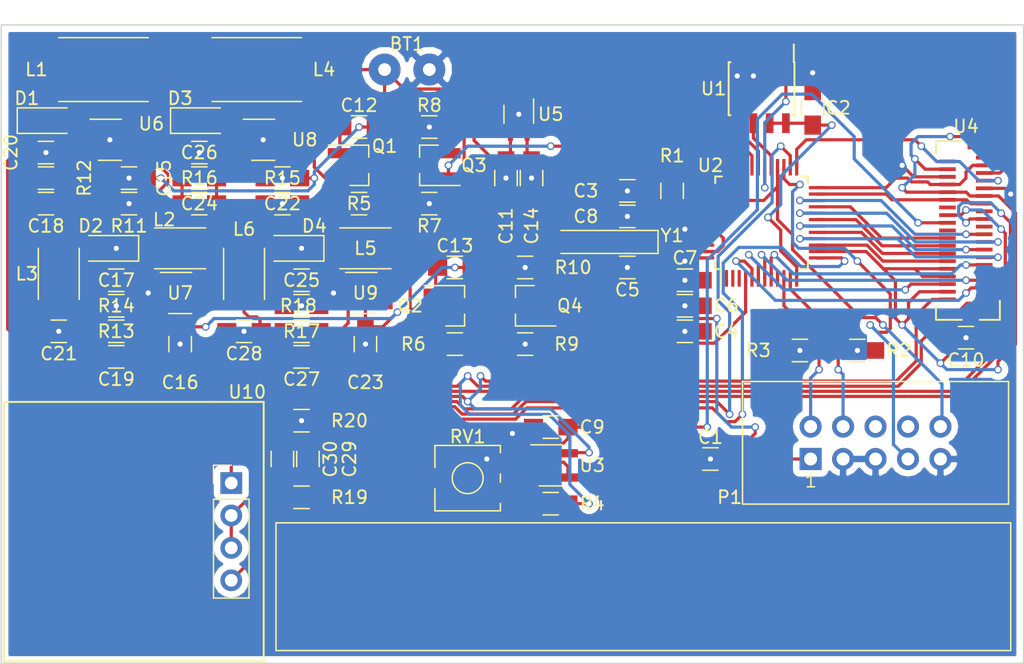
<source format=kicad_pcb>
(kicad_pcb (version 4) (host pcbnew 4.0.5)
  (layers (0 F.Cu signal) (31 B.Cu signal) (34 B.Paste user) (35 F.Paste user) (36 B.SilkS user) (37 F.SilkS user) (38 B.Mask user) (39 F.Mask user) (44 Edge.Cuts user))
  (net 0 "")
  (net 1 "/Voltage Sources/+BATT")
  (net 2 GND)
  (net 3 /CPU/+3.3V)
  (net 4 /CPU/RAMON)
  (net 5 /CPU/RESET)
  (net 6 "Net-(C5-Pad1)")
  (net 7 "Net-(C8-Pad1)")
  (net 8 "Net-(C9-Pad1)")
  (net 9 /CPU/DON)
  (net 10 "Net-(C12-Pad1)")
  (net 11 "Net-(C12-Pad2)")
  (net 12 "Net-(C13-Pad1)")
  (net 13 "Net-(C13-Pad2)")
  (net 14 "Net-(C17-Pad1)")
  (net 15 "Net-(C17-Pad2)")
  (net 16 /E-Ink/+22V)
  (net 17 "Net-(C18-Pad2)")
  (net 18 /E-Ink/-20V)
  (net 19 "Net-(C19-Pad2)")
  (net 20 /E-Ink/+15V)
  (net 21 "Net-(C24-Pad2)")
  (net 22 "Net-(C25-Pad1)")
  (net 23 "Net-(C25-Pad2)")
  (net 24 /E-Ink/-15V)
  (net 25 "Net-(C27-Pad2)")
  (net 26 "Net-(C29-Pad1)")
  (net 27 "Net-(C29-Pad2)")
  (net 28 "Net-(D1-Pad2)")
  (net 29 "Net-(D3-Pad2)")
  (net 30 "Net-(P1-Pad2)")
  (net 31 "Net-(P1-Pad4)")
  (net 32 /CPU/ISP)
  (net 33 /CPU/ONPOS)
  (net 34 "Net-(Q3-Pad2)")
  (net 35 /CPU/ONNEG)
  (net 36 "Net-(Q4-Pad2)")
  (net 37 "Net-(R4-Pad1)")
  (net 38 /CPU/TON)
  (net 39 "Net-(RV1-Pad2)")
  (net 40 /CPU/SSEL)
  (net 41 /CPU/MISO)
  (net 42 /CPU/MOSI)
  (net 43 /CPU/SCK)
  (net 44 /CPU/DCKV)
  (net 45 /CPU/DSPH)
  (net 46 /CPU/DGMODE)
  (net 47 /CPU/DSPV)
  (net 48 /CPU/DD0)
  (net 49 /CPU/DD1)
  (net 50 /CPU/DD2)
  (net 51 /CPU/DD3)
  (net 52 /CPU/DD4)
  (net 53 /CPU/DD5)
  (net 54 /CPU/DD6)
  (net 55 /CPU/DD7)
  (net 56 /CPU/DCL)
  (net 57 /CPU/DLE)
  (net 58 /CPU/DOE)
  (net 59 /DCF77/SIG)
  (module Housings_QFP:LQFP-48_7x7mm_Pitch0.5mm (layer F.Cu) (at 79.5 35.5 90)
    (fp_text reference U2 (at 4.5 -4 180) (layer F.SilkS))
    (fp_text value LPC1227FBD48/301)
    (pad 1 smd rect (at -4.35 -2.75 90) (size 1.3 0.25) (layers F.Cu F.Paste F.Mask))
    (pad 2 smd rect (at -4.35 -2.25 90) (size 1.3 0.25) (layers F.Cu F.Paste F.Mask))
    (pad 3 smd rect (at -4.35 -1.75 90) (size 1.3 0.25) (layers F.Cu F.Paste F.Mask))
    (pad 4 smd rect (at -4.35 -1.25 90) (size 1.3 0.25) (layers F.Cu F.Paste F.Mask) (net 35 /CPU/ONNEG))
    (pad 5 smd rect (at -4.35 -0.75 90) (size 1.3 0.25) (layers F.Cu F.Paste F.Mask) (net 56 /CPU/DCL))
    (pad 6 smd rect (at -4.35 -0.25 90) (size 1.3 0.25) (layers F.Cu F.Paste F.Mask) (net 57 /CPU/DLE))
    (pad 7 smd rect (at -4.35 0.25 90) (size 1.3 0.25) (layers F.Cu F.Paste F.Mask) (net 58 /CPU/DOE))
    (pad 8 smd rect (at -4.35 0.75 90) (size 1.3 0.25) (layers F.Cu F.Paste F.Mask) (net 45 /CPU/DSPH))
    (pad 9 smd rect (at -4.35 1.25 90) (size 1.3 0.25) (layers F.Cu F.Paste F.Mask))
    (pad 10 smd rect (at -4.35 1.75 90) (size 1.3 0.25) (layers F.Cu F.Paste F.Mask) (net 30 "Net-(P1-Pad2)"))
    (pad 11 smd rect (at -4.35 2.25 90) (size 1.3 0.25) (layers F.Cu F.Paste F.Mask) (net 31 "Net-(P1-Pad4)"))
    (pad 12 smd rect (at -4.35 2.75 90) (size 1.3 0.25) (layers F.Cu F.Paste F.Mask) (net 4 /CPU/RAMON))
    (pad 13 smd rect (at -2.75 4.35 180) (size 1.3 0.25) (layers F.Cu F.Paste F.Mask) (net 38 /CPU/TON))
    (pad 14 smd rect (at -2.25 4.35 180) (size 1.3 0.25) (layers F.Cu F.Paste F.Mask) (net 9 /CPU/DON))
    (pad 15 smd rect (at -1.75 4.35 180) (size 1.3 0.25) (layers F.Cu F.Paste F.Mask) (net 48 /CPU/DD0))
    (pad 16 smd rect (at -1.25 4.35 180) (size 1.3 0.25) (layers F.Cu F.Paste F.Mask) (net 49 /CPU/DD1))
    (pad 17 smd rect (at -0.75 4.35 180) (size 1.3 0.25) (layers F.Cu F.Paste F.Mask) (net 50 /CPU/DD2))
    (pad 18 smd rect (at -0.25 4.35 180) (size 1.3 0.25) (layers F.Cu F.Paste F.Mask) (net 51 /CPU/DD3))
    (pad 19 smd rect (at 0.25 4.35 180) (size 1.3 0.25) (layers F.Cu F.Paste F.Mask) (net 52 /CPU/DD4))
    (pad 20 smd rect (at 0.75 4.35 180) (size 1.3 0.25) (layers F.Cu F.Paste F.Mask) (net 53 /CPU/DD5))
    (pad 21 smd rect (at 1.25 4.35 180) (size 1.3 0.25) (layers F.Cu F.Paste F.Mask) (net 54 /CPU/DD6))
    (pad 22 smd rect (at 1.75 4.35 180) (size 1.3 0.25) (layers F.Cu F.Paste F.Mask) (net 55 /CPU/DD7))
    (pad 23 smd rect (at 2.25 4.35 180) (size 1.3 0.25) (layers F.Cu F.Paste F.Mask) (net 46 /CPU/DGMODE))
    (pad 24 smd rect (at 2.75 4.35 180) (size 1.3 0.25) (layers F.Cu F.Paste F.Mask) (net 47 /CPU/DSPV))
    (pad 25 smd rect (at 4.35 2.75 90) (size 1.3 0.25) (layers F.Cu F.Paste F.Mask) (net 44 /CPU/DCKV))
    (pad 26 smd rect (at 4.35 2.25 90) (size 1.3 0.25) (layers F.Cu F.Paste F.Mask) (net 59 /DCF77/SIG))
    (pad 27 smd rect (at 4.35 1.75 90) (size 1.3 0.25) (layers F.Cu F.Paste F.Mask) (net 32 /CPU/ISP))
    (pad 28 smd rect (at 4.35 1.25 90) (size 1.3 0.25) (layers F.Cu F.Paste F.Mask) (net 5 /CPU/RESET))
    (pad 29 smd rect (at 4.35 0.75 90) (size 1.3 0.25) (layers F.Cu F.Paste F.Mask) (net 43 /CPU/SCK))
    (pad 30 smd rect (at 4.35 0.25 90) (size 1.3 0.25) (layers F.Cu F.Paste F.Mask) (net 40 /CPU/SSEL))
    (pad 31 smd rect (at 4.35 -0.25 90) (size 1.3 0.25) (layers F.Cu F.Paste F.Mask) (net 41 /CPU/MISO))
    (pad 32 smd rect (at 4.35 -0.75 90) (size 1.3 0.25) (layers F.Cu F.Paste F.Mask) (net 42 /CPU/MOSI))
    (pad 33 smd rect (at 4.35 -1.25 90) (size 1.3 0.25) (layers F.Cu F.Paste F.Mask) (net 33 /CPU/ONPOS))
    (pad 34 smd rect (at 4.35 -1.75 90) (size 1.3 0.25) (layers F.Cu F.Paste F.Mask))
    (pad 35 smd rect (at 4.35 -2.25 90) (size 1.3 0.25) (layers F.Cu F.Paste F.Mask))
    (pad 36 smd rect (at 4.35 -2.75 90) (size 1.3 0.25) (layers F.Cu F.Paste F.Mask))
    (pad 37 smd rect (at 2.75 -4.35 180) (size 1.3 0.25) (layers F.Cu F.Paste F.Mask))
    (pad 38 smd rect (at 2.25 -4.35 180) (size 1.3 0.25) (layers F.Cu F.Paste F.Mask))
    (pad 39 smd rect (at 1.75 -4.35 180) (size 1.3 0.25) (layers F.Cu F.Paste F.Mask) (net 5 /CPU/RESET))
    (pad 40 smd rect (at 1.25 -4.35 180) (size 1.3 0.25) (layers F.Cu F.Paste F.Mask))
    (pad 41 smd rect (at 0.75 -4.35 180) (size 1.3 0.25) (layers F.Cu F.Paste F.Mask))
    (pad 42 smd rect (at 0.25 -4.35 180) (size 1.3 0.25) (layers F.Cu F.Paste F.Mask))
    (pad 43 smd rect (at -0.25 -4.35 180) (size 1.3 0.25) (layers F.Cu F.Paste F.Mask) (net 2 GND))
    (pad 44 smd rect (at -0.75 -4.35 180) (size 1.3 0.25) (layers F.Cu F.Paste F.Mask) (net 3 /CPU/+3.3V))
    (pad 45 smd rect (at -1.25 -4.35 180) (size 1.3 0.25) (layers F.Cu F.Paste F.Mask) (net 7 "Net-(C8-Pad1)"))
    (pad 46 smd rect (at -1.75 -4.35 180) (size 1.3 0.25) (layers F.Cu F.Paste F.Mask) (net 6 "Net-(C5-Pad1)"))
    (pad 47 smd rect (at -2.25 -4.35 180) (size 1.3 0.25) (layers F.Cu F.Paste F.Mask) (net 3 /CPU/+3.3V))
    (pad 48 smd rect (at -2.75 -4.35 180) (size 1.3 0.25) (layers F.Cu F.Paste F.Mask) (net 2 GND))
  )
  (module TO_SOT_Packages_SMD:SOT-23_Handsoldering (layer F.Cu) (at 53.5 31 180)
    (fp_text reference Q3 (at -3.5 0 180) (layer F.SilkS))
    (fp_text value IRLML6244)
    (pad 1 smd rect (at -1.5 -0.95 180) (size 1.9 0.8) (layers F.Cu F.Paste F.Mask) (net 33 /CPU/ONPOS))
    (pad 2 smd rect (at -1.5 0.95 180) (size 1.9 0.8) (layers F.Cu F.Paste F.Mask) (net 34 "Net-(Q3-Pad2)"))
    (pad 3 smd rect (at 1.5 0 180) (size 1.9 0.8) (layers F.Cu F.Paste F.Mask) (net 10 "Net-(C12-Pad1)"))
  )
  (module Wire_Connections_Bridges:WireConnection_1.00mmDrill (layer F.Cu) (at 50.34 23.5)
    (fp_text reference BT1 (at 1.41 -2) (layer F.SilkS))
    (fp_text value 6.4-4)
    (pad 1 thru_hole circle (at -0.34 0) (size 2.49936 2.49936) (drill 1.00076) (layers *.Cu *.Mask) (net 1 "/Voltage Sources/+BATT"))
    (pad 2 thru_hole circle (at 3.16 0) (size 2.49936 2.49936) (drill 1.00076) (layers *.Cu *.Mask) (net 2 GND))
  )
  (module Diodes_SMD:D_SOD-123 (layer F.Cu) (at 23.5 27.5)
    (fp_text reference D1 (at -1.5 -1.75) (layer F.SilkS))
    (fp_text value MBR0530)
    (pad 1 smd rect (at -1.65 0) (size 0.9 1.2) (layers F.Cu F.Paste F.Mask) (net 16 /E-Ink/+22V))
    (pad 2 smd rect (at 1.65 0) (size 0.9 1.2) (layers F.Cu F.Paste F.Mask) (net 28 "Net-(D1-Pad2)"))
  )
  (module Diodes_SMD:D_SOD-123 (layer F.Cu) (at 28.5 37.5 180)
    (fp_text reference D2 (at 1.5 1.75 180) (layer F.SilkS))
    (fp_text value MBR0530)
    (pad 1 smd rect (at -1.65 0 180) (size 0.9 1.2) (layers F.Cu F.Paste F.Mask) (net 2 GND))
    (pad 2 smd rect (at 1.65 0 180) (size 0.9 1.2) (layers F.Cu F.Paste F.Mask) (net 14 "Net-(C17-Pad1)"))
  )
  (module Diodes_SMD:D_SOD-123 (layer F.Cu) (at 35.5 27.5)
    (fp_text reference D3 (at -1.5 -1.75) (layer F.SilkS))
    (fp_text value MBR0530)
    (pad 1 smd rect (at -1.65 0) (size 0.9 1.2) (layers F.Cu F.Paste F.Mask) (net 20 /E-Ink/+15V))
    (pad 2 smd rect (at 1.65 0) (size 0.9 1.2) (layers F.Cu F.Paste F.Mask) (net 29 "Net-(D3-Pad2)"))
  )
  (module Diodes_SMD:D_SOD-123 (layer F.Cu) (at 43 37.5 180)
    (fp_text reference D4 (at -1.5 1.75 180) (layer F.SilkS))
    (fp_text value MBR0530)
    (pad 1 smd rect (at -1.65 0 180) (size 0.9 1.2) (layers F.Cu F.Paste F.Mask) (net 2 GND))
    (pad 2 smd rect (at 1.65 0 180) (size 0.9 1.2) (layers F.Cu F.Paste F.Mask) (net 22 "Net-(C25-Pad1)"))
  )
  (module einkclock:Bourns_Inductor_SDR0703 (layer F.Cu) (at 28 23.5 180)
    (fp_text reference L1 (at 5.25 0 180) (layer F.SilkS))
    (fp_text value 12µ)
    (pad 1 smd rect (at -3.15 0 180) (size 2.3 3.2) (layers F.Cu F.Paste F.Mask) (net 11 "Net-(C12-Pad2)"))
    (pad 2 smd rect (at 3.15 0 180) (size 2.3 3.2) (layers F.Cu F.Paste F.Mask) (net 28 "Net-(D1-Pad2)"))
  )
  (module einkclock:Inductor_TAIYO_YUDEN_3225 (layer F.Cu) (at 34 37.5 180)
    (fp_text reference L2 (at 1.25 2.25 180) (layer F.SilkS))
    (fp_text value 10µ)
    (pad 1 smd rect (at -1.775 0 180) (size 1.85 2.7) (layers F.Cu F.Paste F.Mask) (net 13 "Net-(C13-Pad2)"))
    (pad 2 smd rect (at 1.775 0 180) (size 1.85 2.7) (layers F.Cu F.Paste F.Mask) (net 15 "Net-(C17-Pad2)"))
  )
  (module einkclock:Inductor_TAIYO_YUDEN_3225 (layer F.Cu) (at 24.5 39.5 270)
    (fp_text reference L3 (at 0 2.5 360) (layer F.SilkS))
    (fp_text value 10µ)
    (pad 1 smd rect (at -1.775 0 270) (size 1.85 2.7) (layers F.Cu F.Paste F.Mask) (net 14 "Net-(C17-Pad1)"))
    (pad 2 smd rect (at 1.775 0 270) (size 1.85 2.7) (layers F.Cu F.Paste F.Mask) (net 18 /E-Ink/-20V))
  )
  (module einkclock:Bourns_Inductor_SDR0703 (layer F.Cu) (at 40 23.5 180)
    (fp_text reference L4 (at -5.25 0 180) (layer F.SilkS))
    (fp_text value 12µ)
    (pad 1 smd rect (at -3.15 0 180) (size 2.3 3.2) (layers F.Cu F.Paste F.Mask) (net 11 "Net-(C12-Pad2)"))
    (pad 2 smd rect (at 3.15 0 180) (size 2.3 3.2) (layers F.Cu F.Paste F.Mask) (net 29 "Net-(D3-Pad2)"))
  )
  (module einkclock:Inductor_TAIYO_YUDEN_3225 (layer F.Cu) (at 48.5 37.5 180)
    (fp_text reference L5 (at 0 0 180) (layer F.SilkS))
    (fp_text value 10µ)
    (pad 1 smd rect (at -1.775 0 180) (size 1.85 2.7) (layers F.Cu F.Paste F.Mask) (net 13 "Net-(C13-Pad2)"))
    (pad 2 smd rect (at 1.775 0 180) (size 1.85 2.7) (layers F.Cu F.Paste F.Mask) (net 23 "Net-(C25-Pad2)"))
  )
  (module einkclock:Inductor_TAIYO_YUDEN_3225 (layer F.Cu) (at 39 39.5 270)
    (fp_text reference L6 (at -3.5 0 360) (layer F.SilkS))
    (fp_text value 10µ)
    (pad 1 smd rect (at -1.775 0 270) (size 1.85 2.7) (layers F.Cu F.Paste F.Mask) (net 22 "Net-(C25-Pad1)"))
    (pad 2 smd rect (at 1.775 0 270) (size 1.85 2.7) (layers F.Cu F.Paste F.Mask) (net 24 /E-Ink/-15V))
  )
  (module Connectors:IDC_Header_Straight_10pins (layer F.Cu) (at 83.34 54)
    (fp_text reference P1 (at -6.34 3) (layer F.SilkS))
    (fp_text value SWD)
    (fp_text user 1 (at 0.02 1.72) (layer F.SilkS) (effects (font (thickness 0.12))))
    (pad 1 thru_hole rect (at 0 0) (size 1.7272 1.7272) (drill 1.016) (layers *.Cu *.Mask) (net 3 /CPU/+3.3V))
    (pad 2 thru_hole oval (at 0 -2.54) (size 1.7272 1.7272) (drill 1.016) (layers *.Cu *.Mask) (net 30 "Net-(P1-Pad2)"))
    (pad 3 thru_hole oval (at 2.54 0) (size 1.7272 1.7272) (drill 1.016) (layers *.Cu *.Mask) (net 2 GND))
    (pad 4 thru_hole oval (at 2.54 -2.54) (size 1.7272 1.7272) (drill 1.016) (layers *.Cu *.Mask) (net 31 "Net-(P1-Pad4)"))
    (pad 5 thru_hole oval (at 5.08 0) (size 1.7272 1.7272) (drill 1.016) (layers *.Cu *.Mask) (net 2 GND))
    (pad 6 thru_hole oval (at 5.08 -2.54) (size 1.7272 1.7272) (drill 1.016) (layers *.Cu *.Mask))
    (pad 7 thru_hole oval (at 7.62 0) (size 1.7272 1.7272) (drill 1.016) (layers *.Cu *.Mask) (net 32 /CPU/ISP))
    (pad 8 thru_hole oval (at 7.62 -2.54) (size 1.7272 1.7272) (drill 1.016) (layers *.Cu *.Mask))
    (pad 9 thru_hole oval (at 10.16 0) (size 1.7272 1.7272) (drill 1.016) (layers *.Cu *.Mask) (net 2 GND))
    (pad 10 thru_hole oval (at 10.16 -2.54) (size 1.7272 1.7272) (drill 1.016) (layers *.Cu *.Mask) (net 5 /CPU/RESET))
  )
  (module TO_SOT_Packages_SMD:SOT-23_Handsoldering (layer F.Cu) (at 48 31)
    (fp_text reference Q1 (at 2 -1.5) (layer F.SilkS))
    (fp_text value BSH205)
    (pad 1 smd rect (at -1.5 -0.95) (size 1.9 0.8) (layers F.Cu F.Paste F.Mask) (net 10 "Net-(C12-Pad1)"))
    (pad 2 smd rect (at -1.5 0.95) (size 1.9 0.8) (layers F.Cu F.Paste F.Mask) (net 1 "/Voltage Sources/+BATT"))
    (pad 3 smd rect (at 1.5 0) (size 1.9 0.8) (layers F.Cu F.Paste F.Mask) (net 11 "Net-(C12-Pad2)"))
  )
  (module TO_SOT_Packages_SMD:SOT-23_Handsoldering (layer F.Cu) (at 55.5 42)
    (fp_text reference Q2 (at -3.5 0) (layer F.SilkS))
    (fp_text value BSH205)
    (pad 1 smd rect (at -1.5 -0.95) (size 1.9 0.8) (layers F.Cu F.Paste F.Mask) (net 12 "Net-(C13-Pad1)"))
    (pad 2 smd rect (at -1.5 0.95) (size 1.9 0.8) (layers F.Cu F.Paste F.Mask) (net 1 "/Voltage Sources/+BATT"))
    (pad 3 smd rect (at 1.5 0) (size 1.9 0.8) (layers F.Cu F.Paste F.Mask) (net 13 "Net-(C13-Pad2)"))
  )
  (module TO_SOT_Packages_SMD:SOT-23_Handsoldering (layer F.Cu) (at 61 42 180)
    (fp_text reference Q4 (at -3.5 0 180) (layer F.SilkS))
    (fp_text value IRLML6244)
    (pad 1 smd rect (at -1.5 -0.95 180) (size 1.9 0.8) (layers F.Cu F.Paste F.Mask) (net 35 /CPU/ONNEG))
    (pad 2 smd rect (at -1.5 0.95 180) (size 1.9 0.8) (layers F.Cu F.Paste F.Mask) (net 36 "Net-(Q4-Pad2)"))
    (pad 3 smd rect (at 1.5 0 180) (size 1.9 0.8) (layers F.Cu F.Paste F.Mask) (net 12 "Net-(C13-Pad1)"))
  )
  (module Resistors_SMD:R_0805_HandSoldering (layer F.Cu) (at 72.5 33 90)
    (fp_text reference R1 (at 2.75 0 360) (layer F.SilkS))
    (fp_text value 10k)
    (pad 1 smd rect (at -1.35 0 90) (size 1.5 1.3) (layers F.Cu F.Paste F.Mask) (net 5 /CPU/RESET))
    (pad 2 smd rect (at 1.35 0 90) (size 1.5 1.3) (layers F.Cu F.Paste F.Mask) (net 3 /CPU/+3.3V))
  )
  (module Resistors_SMD:R_0805_HandSoldering (layer F.Cu) (at 87 45.5 180)
    (fp_text reference R2 (at -3.25 0 180) (layer F.SilkS))
    (fp_text value 10k)
    (pad 1 smd rect (at -1.35 0 180) (size 1.5 1.3) (layers F.Cu F.Paste F.Mask) (net 2 GND))
    (pad 2 smd rect (at 1.35 0 180) (size 1.5 1.3) (layers F.Cu F.Paste F.Mask) (net 31 "Net-(P1-Pad4)"))
  )
  (module Resistors_SMD:R_0805_HandSoldering (layer F.Cu) (at 82.5 45.5)
    (fp_text reference R3 (at -3.25 0) (layer F.SilkS))
    (fp_text value 10k)
    (pad 1 smd rect (at -1.35 0) (size 1.5 1.3) (layers F.Cu F.Paste F.Mask) (net 2 GND))
    (pad 2 smd rect (at 1.35 0) (size 1.5 1.3) (layers F.Cu F.Paste F.Mask) (net 30 "Net-(P1-Pad2)"))
  )
  (module Resistors_SMD:R_0805_HandSoldering (layer F.Cu) (at 63 57.5)
    (fp_text reference R4 (at 3.25 0) (layer F.SilkS))
    (fp_text value 47k)
    (pad 1 smd rect (at -1.35 0) (size 1.5 1.3) (layers F.Cu F.Paste F.Mask) (net 37 "Net-(R4-Pad1)"))
    (pad 2 smd rect (at 1.35 0) (size 1.5 1.3) (layers F.Cu F.Paste F.Mask) (net 24 /E-Ink/-15V))
  )
  (module Resistors_SMD:R_0805_HandSoldering (layer F.Cu) (at 48 34 180)
    (fp_text reference R5 (at 0 0 180) (layer F.SilkS))
    (fp_text value 100k)
    (pad 1 smd rect (at -1.35 0 180) (size 1.5 1.3) (layers F.Cu F.Paste F.Mask) (net 10 "Net-(C12-Pad1)"))
    (pad 2 smd rect (at 1.35 0 180) (size 1.5 1.3) (layers F.Cu F.Paste F.Mask) (net 1 "/Voltage Sources/+BATT"))
  )
  (module Resistors_SMD:R_0805_HandSoldering (layer F.Cu) (at 55.5 45 180)
    (fp_text reference R6 (at 3.25 0 180) (layer F.SilkS))
    (fp_text value 100k)
    (pad 1 smd rect (at -1.35 0 180) (size 1.5 1.3) (layers F.Cu F.Paste F.Mask) (net 12 "Net-(C13-Pad1)"))
    (pad 2 smd rect (at 1.35 0 180) (size 1.5 1.3) (layers F.Cu F.Paste F.Mask) (net 1 "/Voltage Sources/+BATT"))
  )
  (module Resistors_SMD:R_0805_HandSoldering (layer F.Cu) (at 53.5 34)
    (fp_text reference R7 (at 0 1.75) (layer F.SilkS))
    (fp_text value 100k)
    (pad 1 smd rect (at -1.35 0) (size 1.5 1.3) (layers F.Cu F.Paste F.Mask) (net 2 GND))
    (pad 2 smd rect (at 1.35 0) (size 1.5 1.3) (layers F.Cu F.Paste F.Mask) (net 33 /CPU/ONPOS))
  )
  (module Resistors_SMD:R_0805_HandSoldering (layer F.Cu) (at 53.5 28)
    (fp_text reference R8 (at 0 -1.7) (layer F.SilkS))
    (fp_text value 2.2k)
    (pad 1 smd rect (at -1.35 0) (size 1.5 1.3) (layers F.Cu F.Paste F.Mask) (net 2 GND))
    (pad 2 smd rect (at 1.35 0) (size 1.5 1.3) (layers F.Cu F.Paste F.Mask) (net 34 "Net-(Q3-Pad2)"))
  )
  (module Resistors_SMD:R_0805_HandSoldering (layer F.Cu) (at 61 45)
    (fp_text reference R9 (at 3.25 0) (layer F.SilkS))
    (fp_text value 100k)
    (pad 1 smd rect (at -1.35 0) (size 1.5 1.3) (layers F.Cu F.Paste F.Mask) (net 2 GND))
    (pad 2 smd rect (at 1.35 0) (size 1.5 1.3) (layers F.Cu F.Paste F.Mask) (net 35 /CPU/ONNEG))
  )
  (module Resistors_SMD:R_0805_HandSoldering (layer F.Cu) (at 61 39)
    (fp_text reference R10 (at 3.75 0) (layer F.SilkS))
    (fp_text value 2.2k)
    (pad 1 smd rect (at -1.35 0) (size 1.5 1.3) (layers F.Cu F.Paste F.Mask) (net 2 GND))
    (pad 2 smd rect (at 1.35 0) (size 1.5 1.3) (layers F.Cu F.Paste F.Mask) (net 36 "Net-(Q4-Pad2)"))
  )
  (module Resistors_SMD:R_0805_HandSoldering (layer F.Cu) (at 30 34)
    (fp_text reference R11 (at 0 1.75) (layer F.SilkS))
    (fp_text value 130k)
    (pad 1 smd rect (at -1.35 0) (size 1.5 1.3) (layers F.Cu F.Paste F.Mask) (net 17 "Net-(C18-Pad2)"))
    (pad 2 smd rect (at 1.35 0) (size 1.5 1.3) (layers F.Cu F.Paste F.Mask) (net 2 GND))
  )
  (module Resistors_SMD:R_0805_HandSoldering (layer F.Cu) (at 23.5 32)
    (fp_text reference R12 (at 3 0 90) (layer F.SilkS))
    (fp_text value 2.2M)
    (pad 1 smd rect (at -1.35 0) (size 1.5 1.3) (layers F.Cu F.Paste F.Mask) (net 16 /E-Ink/+22V))
    (pad 2 smd rect (at 1.35 0) (size 1.5 1.3) (layers F.Cu F.Paste F.Mask) (net 17 "Net-(C18-Pad2)"))
  )
  (module Resistors_SMD:R_0805_HandSoldering (layer F.Cu) (at 29 44)
    (fp_text reference R13 (at 0 0) (layer F.SilkS))
    (fp_text value 48.7k)
    (pad 1 smd rect (at -1.35 0) (size 1.5 1.3) (layers F.Cu F.Paste F.Mask) (net 18 /E-Ink/-20V))
    (pad 2 smd rect (at 1.35 0) (size 1.5 1.3) (layers F.Cu F.Paste F.Mask) (net 19 "Net-(C19-Pad2)"))
  )
  (module Resistors_SMD:R_0805_HandSoldering (layer F.Cu) (at 29 42 180)
    (fp_text reference R14 (at 0 0 360) (layer F.SilkS))
    (fp_text value 3.16k)
    (pad 1 smd rect (at -1.35 0 180) (size 1.5 1.3) (layers F.Cu F.Paste F.Mask) (net 19 "Net-(C19-Pad2)"))
    (pad 2 smd rect (at 1.35 0 180) (size 1.5 1.3) (layers F.Cu F.Paste F.Mask) (net 2 GND))
  )
  (module Resistors_SMD:R_0805_HandSoldering (layer F.Cu) (at 42 34)
    (fp_text reference R15 (at 0 -2) (layer F.SilkS))
    (fp_text value 180k)
    (pad 1 smd rect (at -1.35 0) (size 1.5 1.3) (layers F.Cu F.Paste F.Mask) (net 21 "Net-(C24-Pad2)"))
    (pad 2 smd rect (at 1.35 0) (size 1.5 1.3) (layers F.Cu F.Paste F.Mask) (net 2 GND))
  )
  (module Resistors_SMD:R_0805_HandSoldering (layer F.Cu) (at 35.5 32)
    (fp_text reference R16 (at 0 0) (layer F.SilkS))
    (fp_text value 2M)
    (pad 1 smd rect (at -1.35 0) (size 1.5 1.3) (layers F.Cu F.Paste F.Mask) (net 20 /E-Ink/+15V))
    (pad 2 smd rect (at 1.35 0) (size 1.5 1.3) (layers F.Cu F.Paste F.Mask) (net 21 "Net-(C24-Pad2)"))
  )
  (module Resistors_SMD:R_0805_HandSoldering (layer F.Cu) (at 43.5 44)
    (fp_text reference R17 (at 0 0) (layer F.SilkS))
    (fp_text value 43k)
    (pad 1 smd rect (at -1.35 0) (size 1.5 1.3) (layers F.Cu F.Paste F.Mask) (net 24 /E-Ink/-15V))
    (pad 2 smd rect (at 1.35 0) (size 1.5 1.3) (layers F.Cu F.Paste F.Mask) (net 25 "Net-(C27-Pad2)"))
  )
  (module Resistors_SMD:R_0805_HandSoldering (layer F.Cu) (at 43.5 42 180)
    (fp_text reference R18 (at 0.25 0 180) (layer F.SilkS))
    (fp_text value 3.83k)
    (pad 1 smd rect (at -1.35 0 180) (size 1.5 1.3) (layers F.Cu F.Paste F.Mask) (net 25 "Net-(C27-Pad2)"))
    (pad 2 smd rect (at 1.35 0 180) (size 1.5 1.3) (layers F.Cu F.Paste F.Mask) (net 2 GND))
  )
  (module Resistors_SMD:R_0805_HandSoldering (layer F.Cu) (at 43.5 57)
    (fp_text reference R19 (at 3.75 0) (layer F.SilkS))
    (fp_text value 1k)
    (pad 1 smd rect (at -1.35 0) (size 1.5 1.3) (layers F.Cu F.Paste F.Mask) (net 27 "Net-(C29-Pad2)"))
    (pad 2 smd rect (at 1.35 0) (size 1.5 1.3) (layers F.Cu F.Paste F.Mask) (net 38 /CPU/TON))
  )
  (module Resistors_SMD:R_0805_HandSoldering (layer F.Cu) (at 43.5 51 180)
    (fp_text reference R20 (at -3.75 0 180) (layer F.SilkS))
    (fp_text value 1k)
    (pad 1 smd rect (at -1.35 0 180) (size 1.5 1.3) (layers F.Cu F.Paste F.Mask) (net 2 GND))
    (pad 2 smd rect (at 1.35 0 180) (size 1.5 1.3) (layers F.Cu F.Paste F.Mask) (net 26 "Net-(C29-Pad1)"))
  )
  (module Potentiometers:Potentiometer_Trimmer_Vishay_TS53YL (layer F.Cu) (at 56.5 55.5)
    (fp_text reference RV1 (at 0 -3.25) (layer F.SilkS))
    (fp_text value 10k)
    (pad 1 smd rect (at 2.75 -1.15) (size 1.3 1.3) (layers F.Cu F.Mask) (net 2 GND))
    (pad 2 smd rect (at -2.75 0) (size 2 1.3) (layers F.Cu F.Mask) (net 39 "Net-(RV1-Pad2)"))
    (pad 3 smd rect (at 2.75 1.15) (size 1.3 1.3) (layers F.Cu F.Mask) (net 37 "Net-(R4-Pad1)"))
  )
  (module Housings_SOIC:SOIC-8_3.9x4.9mm_Pitch1.27mm (layer F.Cu) (at 79.5 25 270)
    (fp_text reference U1 (at 0 3.75 360) (layer F.SilkS))
    (fp_text value 23LC512)
    (pad 1 smd rect (at -2.7 -1.905 270) (size 1.55 0.6) (layers F.Cu F.Paste F.Mask) (net 40 /CPU/SSEL))
    (pad 2 smd rect (at -2.7 -0.635 270) (size 1.55 0.6) (layers F.Cu F.Paste F.Mask) (net 41 /CPU/MISO))
    (pad 3 smd rect (at -2.7 0.635 270) (size 1.55 0.6) (layers F.Cu F.Paste F.Mask) (net 2 GND))
    (pad 4 smd rect (at -2.7 1.905 270) (size 1.55 0.6) (layers F.Cu F.Paste F.Mask) (net 2 GND))
    (pad 5 smd rect (at 2.7 1.905 270) (size 1.55 0.6) (layers F.Cu F.Paste F.Mask) (net 42 /CPU/MOSI))
    (pad 6 smd rect (at 2.7 0.635 270) (size 1.55 0.6) (layers F.Cu F.Paste F.Mask) (net 43 /CPU/SCK))
    (pad 7 smd rect (at 2.7 -0.635 270) (size 1.55 0.6) (layers F.Cu F.Paste F.Mask) (net 4 /CPU/RAMON))
    (pad 8 smd rect (at 2.7 -1.905 270) (size 1.55 0.6) (layers F.Cu F.Paste F.Mask) (net 4 /CPU/RAMON))
  )
  (module TO_SOT_Packages_SMD:SOT-23-5_HandSoldering (layer F.Cu) (at 63 54.5)
    (fp_text reference U3 (at 3.25 0) (layer F.SilkS))
    (fp_text value TS321ILT)
    (pad 1 smd rect (at -1.35 -0.95) (size 1.56 0.65) (layers F.Cu F.Paste F.Mask) (net 8 "Net-(C9-Pad1)"))
    (pad 2 smd rect (at -1.35 0) (size 1.56 0.65) (layers F.Cu F.Paste F.Mask) (net 24 /E-Ink/-15V))
    (pad 3 smd rect (at -1.35 0.95) (size 1.56 0.65) (layers F.Cu F.Paste F.Mask) (net 39 "Net-(RV1-Pad2)"))
    (pad 4 smd rect (at 1.35 0.95) (size 1.56 0.65) (layers F.Cu F.Paste F.Mask) (net 8 "Net-(C9-Pad1)"))
    (pad 5 smd rect (at 1.35 -0.95) (size 1.56 0.65) (layers F.Cu F.Paste F.Mask) (net 20 /E-Ink/+15V))
  )
  (module TO_SOT_Packages_SMD:SOT-353_SC-70-5_Handsoldering (layer F.Cu) (at 60.5 27 270)
    (fp_text reference U5 (at 0 -2.5 360) (layer F.SilkS))
    (fp_text value TPS71533DCKR)
    (pad 1 smd rect (at -1.33 -0.65 270) (size 1.5 0.4) (layers F.Cu F.Paste F.Mask))
    (pad 2 smd rect (at -1.33 0 270) (size 1.5 0.4) (layers F.Cu F.Paste F.Mask) (net 2 GND))
    (pad 3 smd rect (at -1.33 0.65 270) (size 1.5 0.4) (layers F.Cu F.Paste F.Mask))
    (pad 4 smd rect (at 1.33 0.65 270) (size 1.5 0.4) (layers F.Cu F.Paste F.Mask) (net 1 "/Voltage Sources/+BATT"))
    (pad 5 smd rect (at 1.33 -0.65 270) (size 1.5 0.4) (layers F.Cu F.Paste F.Mask) (net 3 /CPU/+3.3V))
  )
  (module TO_SOT_Packages_SMD:SOT-23-5_HandSoldering (layer F.Cu) (at 28.5 29)
    (fp_text reference U6 (at 3.25 -1.25) (layer F.SilkS))
    (fp_text value TPS61041)
    (pad 1 smd rect (at -1.35 -0.95) (size 1.56 0.65) (layers F.Cu F.Paste F.Mask) (net 28 "Net-(D1-Pad2)"))
    (pad 2 smd rect (at -1.35 0) (size 1.56 0.65) (layers F.Cu F.Paste F.Mask) (net 2 GND))
    (pad 3 smd rect (at -1.35 0.95) (size 1.56 0.65) (layers F.Cu F.Paste F.Mask) (net 17 "Net-(C18-Pad2)"))
    (pad 4 smd rect (at 1.35 0.95) (size 1.56 0.65) (layers F.Cu F.Paste F.Mask) (net 11 "Net-(C12-Pad2)"))
    (pad 5 smd rect (at 1.35 -0.95) (size 1.56 0.65) (layers F.Cu F.Paste F.Mask) (net 11 "Net-(C12-Pad2)"))
  )
  (module TO_SOT_Packages_SMD:SOT-23-5_HandSoldering (layer F.Cu) (at 34 41)
    (fp_text reference U7 (at 0 0 180) (layer F.SilkS))
    (fp_text value LM2611)
    (pad 1 smd rect (at -1.35 -0.95) (size 1.56 0.65) (layers F.Cu F.Paste F.Mask) (net 15 "Net-(C17-Pad2)"))
    (pad 2 smd rect (at -1.35 0) (size 1.56 0.65) (layers F.Cu F.Paste F.Mask) (net 2 GND))
    (pad 3 smd rect (at -1.35 0.95) (size 1.56 0.65) (layers F.Cu F.Paste F.Mask) (net 19 "Net-(C19-Pad2)"))
    (pad 4 smd rect (at 1.35 0.95) (size 1.56 0.65) (layers F.Cu F.Paste F.Mask) (net 13 "Net-(C13-Pad2)"))
    (pad 5 smd rect (at 1.35 -0.95) (size 1.56 0.65) (layers F.Cu F.Paste F.Mask) (net 13 "Net-(C13-Pad2)"))
  )
  (module TO_SOT_Packages_SMD:SOT-23-5_HandSoldering (layer F.Cu) (at 40.5 29)
    (fp_text reference U8 (at 3.25 0) (layer F.SilkS))
    (fp_text value TPS61041)
    (pad 1 smd rect (at -1.35 -0.95) (size 1.56 0.65) (layers F.Cu F.Paste F.Mask) (net 29 "Net-(D3-Pad2)"))
    (pad 2 smd rect (at -1.35 0) (size 1.56 0.65) (layers F.Cu F.Paste F.Mask) (net 2 GND))
    (pad 3 smd rect (at -1.35 0.95) (size 1.56 0.65) (layers F.Cu F.Paste F.Mask) (net 21 "Net-(C24-Pad2)"))
    (pad 4 smd rect (at 1.35 0.95) (size 1.56 0.65) (layers F.Cu F.Paste F.Mask) (net 11 "Net-(C12-Pad2)"))
    (pad 5 smd rect (at 1.35 -0.95) (size 1.56 0.65) (layers F.Cu F.Paste F.Mask) (net 11 "Net-(C12-Pad2)"))
  )
  (module TO_SOT_Packages_SMD:SOT-23-5_HandSoldering (layer F.Cu) (at 48.5 41)
    (fp_text reference U9 (at 0 0) (layer F.SilkS))
    (fp_text value LM2611)
    (pad 1 smd rect (at -1.35 -0.95) (size 1.56 0.65) (layers F.Cu F.Paste F.Mask) (net 23 "Net-(C25-Pad2)"))
    (pad 2 smd rect (at -1.35 0) (size 1.56 0.65) (layers F.Cu F.Paste F.Mask) (net 2 GND))
    (pad 3 smd rect (at -1.35 0.95) (size 1.56 0.65) (layers F.Cu F.Paste F.Mask) (net 25 "Net-(C27-Pad2)"))
    (pad 4 smd rect (at 1.35 0.95) (size 1.56 0.65) (layers F.Cu F.Paste F.Mask) (net 13 "Net-(C13-Pad2)"))
    (pad 5 smd rect (at 1.35 -0.95) (size 1.56 0.65) (layers F.Cu F.Paste F.Mask) (net 13 "Net-(C13-Pad2)"))
  )
  (module einkclock:Reichelt_DCF77_Module (layer F.Cu) (at 38 55.88)
    (fp_text reference U10 (at 1.25 -7.13) (layer F.SilkS))
    (fp_text value DCF77_Generic)
    (pad 1 thru_hole rect (at 0 0) (size 1.7 1.7) (drill 1) (layers *.Cu *.Mask) (net 59 /DCF77/SIG))
    (pad 2 thru_hole oval (at 0 2.54) (size 1.7 1.7) (drill 1) (layers *.Cu *.Mask) (net 26 "Net-(C29-Pad1)"))
    (pad 3 thru_hole oval (at 0 5.08) (size 1.7 1.7) (drill 1) (layers *.Cu *.Mask) (net 26 "Net-(C29-Pad1)"))
    (pad 4 thru_hole oval (at 0 7.62) (size 1.7 1.7) (drill 1) (layers *.Cu *.Mask) (net 27 "Net-(C29-Pad2)"))
  )
  (module einkclock:Crystal_Lying_1 (layer F.Cu) (at 67.5 37)
    (fp_text reference Y1 (at 5 -0.5) (layer F.SilkS))
    (fp_text value "32.768k 12.5p")
    (pad 2 smd rect (at 3.1 0.45) (size 1.1 0.6) (layers F.Cu F.Paste F.Mask) (net 6 "Net-(C5-Pad1)"))
    (pad 1 smd rect (at 3.1 -0.45) (size 1.1 0.6) (layers F.Cu F.Paste F.Mask) (net 7 "Net-(C8-Pad1)"))
    (pad "" smd rect (at -2.45 0) (size 2.4 1.5) (layers F.Cu F.Paste F.Mask))
  )
  (module Resistors_SMD:R_0805_HandSoldering (layer F.Cu) (at 75.5 54)
    (fp_text reference C1 (at 0 -1.7) (layer F.SilkS))
    (fp_text value 100n)
    (pad 1 smd rect (at -1.35 0) (size 1.5 1.3) (layers F.Cu F.Paste F.Mask) (net 2 GND))
    (pad 2 smd rect (at 1.35 0) (size 1.5 1.3) (layers F.Cu F.Paste F.Mask) (net 3 /CPU/+3.3V))
  )
  (module Resistors_SMD:R_0805_HandSoldering (layer F.Cu) (at 83.5 26.5 90)
    (fp_text reference C2 (at 0 2 180) (layer F.SilkS))
    (fp_text value 100n)
    (pad 1 smd rect (at -1.35 0 90) (size 1.5 1.3) (layers F.Cu F.Paste F.Mask) (net 4 /CPU/RAMON))
    (pad 2 smd rect (at 1.35 0 90) (size 1.5 1.3) (layers F.Cu F.Paste F.Mask) (net 2 GND))
  )
  (module Resistors_SMD:R_0805_HandSoldering (layer F.Cu) (at 69 33)
    (fp_text reference C3 (at -3.25 0) (layer F.SilkS))
    (fp_text value 100n)
    (pad 1 smd rect (at -1.35 0) (size 1.5 1.3) (layers F.Cu F.Paste F.Mask) (net 2 GND))
    (pad 2 smd rect (at 1.35 0) (size 1.5 1.3) (layers F.Cu F.Paste F.Mask) (net 5 /CPU/RESET))
  )
  (module Resistors_SMD:R_0805_HandSoldering (layer F.Cu) (at 73.5 44 180)
    (fp_text reference C4 (at -3.25 0 180) (layer F.SilkS))
    (fp_text value 4.7µ)
    (pad 1 smd rect (at -1.35 0 180) (size 1.5 1.3) (layers F.Cu F.Paste F.Mask) (net 2 GND))
    (pad 2 smd rect (at 1.35 0 180) (size 1.5 1.3) (layers F.Cu F.Paste F.Mask) (net 3 /CPU/+3.3V))
  )
  (module Resistors_SMD:R_0805_HandSoldering (layer F.Cu) (at 69 39 180)
    (fp_text reference C5 (at 0 -1.75 180) (layer F.SilkS))
    (fp_text value 22p)
    (pad 1 smd rect (at -1.35 0 180) (size 1.5 1.3) (layers F.Cu F.Paste F.Mask) (net 6 "Net-(C5-Pad1)"))
    (pad 2 smd rect (at 1.35 0 180) (size 1.5 1.3) (layers F.Cu F.Paste F.Mask) (net 2 GND))
  )
  (module Resistors_SMD:R_0805_HandSoldering (layer F.Cu) (at 73.5 42 180)
    (fp_text reference C6 (at -3.25 0 180) (layer F.SilkS))
    (fp_text value 100n)
    (pad 1 smd rect (at -1.35 0 180) (size 1.5 1.3) (layers F.Cu F.Paste F.Mask) (net 2 GND))
    (pad 2 smd rect (at 1.35 0 180) (size 1.5 1.3) (layers F.Cu F.Paste F.Mask) (net 3 /CPU/+3.3V))
  )
  (module Resistors_SMD:R_0805_HandSoldering (layer F.Cu) (at 73.5 40 180)
    (fp_text reference C7 (at 0 1.75 180) (layer F.SilkS))
    (fp_text value 100n)
    (pad 1 smd rect (at -1.35 0 180) (size 1.5 1.3) (layers F.Cu F.Paste F.Mask) (net 2 GND))
    (pad 2 smd rect (at 1.35 0 180) (size 1.5 1.3) (layers F.Cu F.Paste F.Mask) (net 3 /CPU/+3.3V))
  )
  (module Resistors_SMD:R_0805_HandSoldering (layer F.Cu) (at 69 35 180)
    (fp_text reference C8 (at 3.25 0 180) (layer F.SilkS))
    (fp_text value 22p)
    (pad 1 smd rect (at -1.35 0 180) (size 1.5 1.3) (layers F.Cu F.Paste F.Mask) (net 7 "Net-(C8-Pad1)"))
    (pad 2 smd rect (at 1.35 0 180) (size 1.5 1.3) (layers F.Cu F.Paste F.Mask) (net 2 GND))
  )
  (module Resistors_SMD:R_0805_HandSoldering (layer F.Cu) (at 63 51.5 180)
    (fp_text reference C9 (at -3.25 0 180) (layer F.SilkS))
    (fp_text value 100n)
    (pad 1 smd rect (at -1.35 0 180) (size 1.5 1.3) (layers F.Cu F.Paste F.Mask) (net 8 "Net-(C9-Pad1)"))
    (pad 2 smd rect (at 1.35 0 180) (size 1.5 1.3) (layers F.Cu F.Paste F.Mask) (net 2 GND))
  )
  (module Resistors_SMD:R_0805_HandSoldering (layer F.Cu) (at 95.5 44.5)
    (fp_text reference C10 (at 0 1.75) (layer F.SilkS))
    (fp_text value 100n)
    (pad 1 smd rect (at -1.35 0) (size 1.5 1.3) (layers F.Cu F.Paste F.Mask) (net 9 /CPU/DON))
    (pad 2 smd rect (at 1.35 0) (size 1.5 1.3) (layers F.Cu F.Paste F.Mask) (net 2 GND))
  )
  (module Resistors_SMD:R_0805_HandSoldering (layer F.Cu) (at 59.5 32 270)
    (fp_text reference C11 (at 3.75 0 450) (layer F.SilkS))
    (fp_text value 100n)
    (pad 1 smd rect (at -1.35 0 270) (size 1.5 1.3) (layers F.Cu F.Paste F.Mask) (net 1 "/Voltage Sources/+BATT"))
    (pad 2 smd rect (at 1.35 0 270) (size 1.5 1.3) (layers F.Cu F.Paste F.Mask) (net 2 GND))
  )
  (module Resistors_SMD:R_0805_HandSoldering (layer F.Cu) (at 48 28)
    (fp_text reference C12 (at 0 -1.7) (layer F.SilkS))
    (fp_text value 100n)
    (pad 1 smd rect (at -1.35 0) (size 1.5 1.3) (layers F.Cu F.Paste F.Mask) (net 10 "Net-(C12-Pad1)"))
    (pad 2 smd rect (at 1.35 0) (size 1.5 1.3) (layers F.Cu F.Paste F.Mask) (net 11 "Net-(C12-Pad2)"))
  )
  (module Resistors_SMD:R_0805_HandSoldering (layer F.Cu) (at 55.5 39)
    (fp_text reference C13 (at 0 -1.7) (layer F.SilkS))
    (fp_text value 100n)
    (pad 1 smd rect (at -1.35 0) (size 1.5 1.3) (layers F.Cu F.Paste F.Mask) (net 12 "Net-(C13-Pad1)"))
    (pad 2 smd rect (at 1.35 0) (size 1.5 1.3) (layers F.Cu F.Paste F.Mask) (net 13 "Net-(C13-Pad2)"))
  )
  (module Resistors_SMD:R_0805_HandSoldering (layer F.Cu) (at 61.5 32 270)
    (fp_text reference C14 (at 3.75 0 450) (layer F.SilkS))
    (fp_text value 470n)
    (pad 1 smd rect (at -1.35 0 270) (size 1.5 1.3) (layers F.Cu F.Paste F.Mask) (net 3 /CPU/+3.3V))
    (pad 2 smd rect (at 1.35 0 270) (size 1.5 1.3) (layers F.Cu F.Paste F.Mask) (net 2 GND))
  )
  (module Resistors_SMD:R_0805_HandSoldering (layer F.Cu) (at 30 32 180)
    (fp_text reference C15 (at -2.75 0 270) (layer F.SilkS))
    (fp_text value 4.7µ)
    (pad 1 smd rect (at -1.35 0 180) (size 1.5 1.3) (layers F.Cu F.Paste F.Mask) (net 11 "Net-(C12-Pad2)"))
    (pad 2 smd rect (at 1.35 0 180) (size 1.5 1.3) (layers F.Cu F.Paste F.Mask) (net 2 GND))
  )
  (module Resistors_SMD:R_0805_HandSoldering (layer F.Cu) (at 34 45 90)
    (fp_text reference C16 (at -3 0 180) (layer F.SilkS))
    (fp_text value 22µ)
    (pad 1 smd rect (at -1.35 0 90) (size 1.5 1.3) (layers F.Cu F.Paste F.Mask) (net 2 GND))
    (pad 2 smd rect (at 1.35 0 90) (size 1.5 1.3) (layers F.Cu F.Paste F.Mask) (net 13 "Net-(C13-Pad2)"))
  )
  (module Resistors_SMD:R_0805_HandSoldering (layer F.Cu) (at 29 40)
    (fp_text reference C17 (at 0 0) (layer F.SilkS))
    (fp_text value 1µ)
    (pad 1 smd rect (at -1.35 0) (size 1.5 1.3) (layers F.Cu F.Paste F.Mask) (net 14 "Net-(C17-Pad1)"))
    (pad 2 smd rect (at 1.35 0) (size 1.5 1.3) (layers F.Cu F.Paste F.Mask) (net 15 "Net-(C17-Pad2)"))
  )
  (module Resistors_SMD:R_0805_HandSoldering (layer F.Cu) (at 23.5 34)
    (fp_text reference C18 (at 0 1.75) (layer F.SilkS))
    (fp_text value 22p)
    (pad 1 smd rect (at -1.35 0) (size 1.5 1.3) (layers F.Cu F.Paste F.Mask) (net 16 /E-Ink/+22V))
    (pad 2 smd rect (at 1.35 0) (size 1.5 1.3) (layers F.Cu F.Paste F.Mask) (net 17 "Net-(C18-Pad2)"))
  )
  (module Resistors_SMD:R_0805_HandSoldering (layer F.Cu) (at 29 46)
    (fp_text reference C19 (at 0 1.75) (layer F.SilkS))
    (fp_text value 330p)
    (pad 1 smd rect (at -1.35 0) (size 1.5 1.3) (layers F.Cu F.Paste F.Mask) (net 18 /E-Ink/-20V))
    (pad 2 smd rect (at 1.35 0) (size 1.5 1.3) (layers F.Cu F.Paste F.Mask) (net 19 "Net-(C19-Pad2)"))
  )
  (module Resistors_SMD:R_0805_HandSoldering (layer F.Cu) (at 23.5 30)
    (fp_text reference C20 (at -2.75 0 90) (layer F.SilkS))
    (fp_text value 1µ)
    (pad 1 smd rect (at -1.35 0) (size 1.5 1.3) (layers F.Cu F.Paste F.Mask) (net 16 /E-Ink/+22V))
    (pad 2 smd rect (at 1.35 0) (size 1.5 1.3) (layers F.Cu F.Paste F.Mask) (net 2 GND))
  )
  (module Resistors_SMD:R_0805_HandSoldering (layer F.Cu) (at 24.5 44 180)
    (fp_text reference C21 (at 0 -1.75 180) (layer F.SilkS))
    (fp_text value 22µ)
    (pad 1 smd rect (at -1.35 0 180) (size 1.5 1.3) (layers F.Cu F.Paste F.Mask) (net 18 /E-Ink/-20V))
    (pad 2 smd rect (at 1.35 0 180) (size 1.5 1.3) (layers F.Cu F.Paste F.Mask) (net 2 GND))
  )
  (module Resistors_SMD:R_0805_HandSoldering (layer F.Cu) (at 42 32 180)
    (fp_text reference C22 (at 0 -2 180) (layer F.SilkS))
    (fp_text value 4.7µ)
    (pad 1 smd rect (at -1.35 0 180) (size 1.5 1.3) (layers F.Cu F.Paste F.Mask) (net 11 "Net-(C12-Pad2)"))
    (pad 2 smd rect (at 1.35 0 180) (size 1.5 1.3) (layers F.Cu F.Paste F.Mask) (net 2 GND))
  )
  (module Resistors_SMD:R_0805_HandSoldering (layer F.Cu) (at 48.5 45 90)
    (fp_text reference C23 (at -3 0 180) (layer F.SilkS))
    (fp_text value 22µ)
    (pad 1 smd rect (at -1.35 0 90) (size 1.5 1.3) (layers F.Cu F.Paste F.Mask) (net 2 GND))
    (pad 2 smd rect (at 1.35 0 90) (size 1.5 1.3) (layers F.Cu F.Paste F.Mask) (net 13 "Net-(C13-Pad2)"))
  )
  (module Resistors_SMD:R_0805_HandSoldering (layer F.Cu) (at 35.5 34)
    (fp_text reference C24 (at 0 0) (layer F.SilkS))
    (fp_text value 16p)
    (pad 1 smd rect (at -1.35 0) (size 1.5 1.3) (layers F.Cu F.Paste F.Mask) (net 20 /E-Ink/+15V))
    (pad 2 smd rect (at 1.35 0) (size 1.5 1.3) (layers F.Cu F.Paste F.Mask) (net 21 "Net-(C24-Pad2)"))
  )
  (module Resistors_SMD:R_0805_HandSoldering (layer F.Cu) (at 43.5 40)
    (fp_text reference C25 (at 0 0) (layer F.SilkS))
    (fp_text value 1µ)
    (pad 1 smd rect (at -1.35 0) (size 1.5 1.3) (layers F.Cu F.Paste F.Mask) (net 22 "Net-(C25-Pad1)"))
    (pad 2 smd rect (at 1.35 0) (size 1.5 1.3) (layers F.Cu F.Paste F.Mask) (net 23 "Net-(C25-Pad2)"))
  )
  (module Resistors_SMD:R_0805_HandSoldering (layer F.Cu) (at 35.5 30)
    (fp_text reference C26 (at 0 0) (layer F.SilkS))
    (fp_text value 1µ)
    (pad 1 smd rect (at -1.35 0) (size 1.5 1.3) (layers F.Cu F.Paste F.Mask) (net 20 /E-Ink/+15V))
    (pad 2 smd rect (at 1.35 0) (size 1.5 1.3) (layers F.Cu F.Paste F.Mask) (net 2 GND))
  )
  (module Resistors_SMD:R_0805_HandSoldering (layer F.Cu) (at 43.5 46)
    (fp_text reference C27 (at 0 1.75) (layer F.SilkS))
    (fp_text value 330p)
    (pad 1 smd rect (at -1.35 0) (size 1.5 1.3) (layers F.Cu F.Paste F.Mask) (net 24 /E-Ink/-15V))
    (pad 2 smd rect (at 1.35 0) (size 1.5 1.3) (layers F.Cu F.Paste F.Mask) (net 25 "Net-(C27-Pad2)"))
  )
  (module Resistors_SMD:R_0805_HandSoldering (layer F.Cu) (at 39 44 180)
    (fp_text reference C28 (at 0 -1.75 180) (layer F.SilkS))
    (fp_text value 22µ)
    (pad 1 smd rect (at -1.35 0 180) (size 1.5 1.3) (layers F.Cu F.Paste F.Mask) (net 24 /E-Ink/-15V))
    (pad 2 smd rect (at 1.35 0 180) (size 1.5 1.3) (layers F.Cu F.Paste F.Mask) (net 2 GND))
  )
  (module Resistors_SMD:R_0805_HandSoldering (layer F.Cu) (at 44 54 270)
    (fp_text reference C29 (at 0 -3.25 270) (layer F.SilkS))
    (fp_text value 100µ)
    (pad 1 smd rect (at -1.35 0 270) (size 1.5 1.3) (layers F.Cu F.Paste F.Mask) (net 26 "Net-(C29-Pad1)"))
    (pad 2 smd rect (at 1.35 0 270) (size 1.5 1.3) (layers F.Cu F.Paste F.Mask) (net 27 "Net-(C29-Pad2)"))
  )
  (module Resistors_SMD:R_0805_HandSoldering (layer F.Cu) (at 42 54 270)
    (fp_text reference C30 (at 0 -3.75 270) (layer F.SilkS))
    (fp_text value 100n)
    (pad 1 smd rect (at -1.35 0 270) (size 1.5 1.3) (layers F.Cu F.Paste F.Mask) (net 26 "Net-(C29-Pad1)"))
    (pad 2 smd rect (at 1.35 0 270) (size 1.5 1.3) (layers F.Cu F.Paste F.Mask) (net 27 "Net-(C29-Pad2)"))
  )
  (module einkclock:Hirose_FH26-39S-0.3SHW (layer F.Cu) (at 95.45 36.1 90)
    (fp_text reference U4 (at 8.15 0.05 180) (layer F.SilkS))
    (fp_text value ED060SC4V2)
    (pad "" smd rect (at -6.55 1.175 90) (size 0.4 2) (layers F.Cu F.Paste F.Mask))
    (pad "" smd rect (at 6.55 1.175 90) (size 0.4 2) (layers F.Cu F.Paste F.Mask))
    (pad 39 smd rect (at 5.7 1.475 90) (size 0.3 1.3) (layers F.Cu F.Paste F.Mask))
    (pad 37 smd rect (at 5.1 1.475 90) (size 0.3 1.3) (layers F.Cu F.Paste F.Mask) (net 47 /CPU/DSPV))
    (pad 35 smd rect (at 4.5 1.475 90) (size 0.3 1.3) (layers F.Cu F.Paste F.Mask) (net 9 /CPU/DON))
    (pad 33 smd rect (at 3.9 1.475 90) (size 0.3 1.3) (layers F.Cu F.Paste F.Mask) (net 44 /CPU/DCKV))
    (pad 31 smd rect (at 3.3 1.475 90) (size 0.3 1.3) (layers F.Cu F.Paste F.Mask) (net 2 GND))
    (pad 29 smd rect (at 2.7 1.475 90) (size 0.3 1.3) (layers F.Cu F.Paste F.Mask) (net 9 /CPU/DON))
    (pad 27 smd rect (at 2.1 1.475 90) (size 0.3 1.3) (layers F.Cu F.Paste F.Mask) (net 46 /CPU/DGMODE))
    (pad 25 smd rect (at 1.5 1.475 90) (size 0.3 1.3) (layers F.Cu F.Paste F.Mask))
    (pad 23 smd rect (at 0.9 1.475 90) (size 0.3 1.3) (layers F.Cu F.Paste F.Mask) (net 16 /E-Ink/+22V))
    (pad 21 smd rect (at 0.3 1.475 90) (size 0.3 1.3) (layers F.Cu F.Paste F.Mask))
    (pad 19 smd rect (at -0.3 1.475 90) (size 0.3 1.3) (layers F.Cu F.Paste F.Mask) (net 55 /CPU/DD7))
    (pad 17 smd rect (at -0.9 1.475 90) (size 0.3 1.3) (layers F.Cu F.Paste F.Mask) (net 53 /CPU/DD5))
    (pad 15 smd rect (at -1.5 1.475 90) (size 0.3 1.3) (layers F.Cu F.Paste F.Mask) (net 51 /CPU/DD3))
    (pad 13 smd rect (at -2.1 1.475 90) (size 0.3 1.3) (layers F.Cu F.Paste F.Mask) (net 49 /CPU/DD1))
    (pad 11 smd rect (at -2.7 1.475 90) (size 0.3 1.3) (layers F.Cu F.Paste F.Mask) (net 45 /CPU/DSPH))
    (pad 9 smd rect (at -3.3 1.475 90) (size 0.3 1.3) (layers F.Cu F.Paste F.Mask) (net 2 GND))
    (pad 7 smd rect (at -3.9 1.475 90) (size 0.3 1.3) (layers F.Cu F.Paste F.Mask) (net 58 /CPU/DOE))
    (pad 5 smd rect (at -4.5 1.475 90) (size 0.3 1.3) (layers F.Cu F.Paste F.Mask) (net 56 /CPU/DCL))
    (pad 3 smd rect (at -5.1 1.475 90) (size 0.3 1.3) (layers F.Cu F.Paste F.Mask) (net 2 GND))
    (pad 1 smd rect (at -5.7 1.475 90) (size 0.3 1.3) (layers F.Cu F.Paste F.Mask) (net 24 /E-Ink/-15V))
    (pad 2 smd rect (at -5.4 -1.4 90) (size 0.3 1.3) (layers F.Cu F.Paste F.Mask) (net 20 /E-Ink/+15V))
    (pad 4 smd rect (at -4.8 -1.4 90) (size 0.3 1.3) (layers F.Cu F.Paste F.Mask) (net 9 /CPU/DON))
    (pad 6 smd rect (at -4.2 -1.4 90) (size 0.3 1.3) (layers F.Cu F.Paste F.Mask) (net 57 /CPU/DLE))
    (pad 8 smd rect (at -3.6 -1.4 90) (size 0.3 1.3) (layers F.Cu F.Paste F.Mask) (net 9 /CPU/DON))
    (pad 10 smd rect (at -3 -1.4 90) (size 0.3 1.3) (layers F.Cu F.Paste F.Mask) (net 9 /CPU/DON))
    (pad 12 smd rect (at -2.4 -1.4 90) (size 0.3 1.3) (layers F.Cu F.Paste F.Mask) (net 48 /CPU/DD0))
    (pad 14 smd rect (at -1.8 -1.4 90) (size 0.3 1.3) (layers F.Cu F.Paste F.Mask) (net 50 /CPU/DD2))
    (pad 16 smd rect (at -1.2 -1.4 90) (size 0.3 1.3) (layers F.Cu F.Paste F.Mask) (net 52 /CPU/DD4))
    (pad 18 smd rect (at -0.6 -1.4 90) (size 0.3 1.3) (layers F.Cu F.Paste F.Mask) (net 54 /CPU/DD6))
    (pad 20 smd rect (at 0 -1.4 90) (size 0.3 1.3) (layers F.Cu F.Paste F.Mask))
    (pad 22 smd rect (at 0.6 -1.4 90) (size 0.3 1.3) (layers F.Cu F.Paste F.Mask) (net 8 "Net-(C9-Pad1)"))
    (pad 24 smd rect (at 1.2 -1.4 90) (size 0.3 1.3) (layers F.Cu F.Paste F.Mask) (net 18 /E-Ink/-20V))
    (pad 26 smd rect (at 1.8 -1.4 90) (size 0.3 1.3) (layers F.Cu F.Paste F.Mask))
    (pad 28 smd rect (at 2.4 -1.4 90) (size 0.3 1.3) (layers F.Cu F.Paste F.Mask) (net 46 /CPU/DGMODE))
    (pad 30 smd rect (at 3 -1.4 90) (size 0.3 1.3) (layers F.Cu F.Paste F.Mask) (net 9 /CPU/DON))
    (pad 32 smd rect (at 3.6 -1.4 90) (size 0.3 1.3) (layers F.Cu F.Paste F.Mask) (net 47 /CPU/DSPV))
    (pad 34 smd rect (at 4.2 -1.4 90) (size 0.3 1.3) (layers F.Cu F.Paste F.Mask) (net 2 GND))
    (pad 36 smd rect (at 4.8 -1.4 90) (size 0.3 1.3) (layers F.Cu F.Paste F.Mask) (net 9 /CPU/DON))
    (pad 38 smd rect (at 5.4 -1.4 90) (size 0.3 1.3) (layers F.Cu F.Paste F.Mask) (net 44 /CPU/DCKV))
  )
  (gr_line (start 41.5 59) (end 41.5 69) (layer F.SilkS) (width 0.12))
  (gr_line (start 99 59) (end 41.5 59) (layer F.SilkS) (width 0.12))
  (gr_line (start 99 69) (end 99 59) (layer F.SilkS) (width 0.12))
  (gr_line (start 41.5 69) (end 99 69) (layer F.SilkS) (width 0.12))
  (gr_line (start 20 70) (end 100 70) (layer Edge.Cuts) (width 0.1))
  (gr_line (start 100 20) (end 100 70) (layer Edge.Cuts) (width 0.1))
  (gr_line (start 20 70) (end 20 20) (layer Edge.Cuts) (width 0.1))
  (gr_line (start 20 20) (end 100 20) (layer Edge.Cuts) (width 0.1))
  (segment (start 54.15 45) (end 54.15 43.1) (width 0.25) (layer F.Cu) (net 1))
  (segment (start 54.15 43.1) (end 54 42.95) (width 0.25) (layer F.Cu) (net 1))
  (segment (start 57 29.05) (end 57 25.93) (width 0.25) (layer F.Cu) (net 1))
  (segment (start 57 25.93) (end 56.094681 25.024681) (width 0.25) (layer F.Cu) (net 1))
  (segment (start 59.5 30.65) (end 58.6 30.65) (width 0.25) (layer F.Cu) (net 1))
  (segment (start 58.6 30.65) (end 57 29.05) (width 0.25) (layer F.Cu) (net 1))
  (segment (start 50 23.5) (end 50 25.5) (width 0.25) (layer F.Cu) (net 1))
  (segment (start 56.225001 27.479999) (end 56.225001 34.520001) (width 0.25) (layer F.Cu) (net 1))
  (segment (start 50 25.5) (end 51 26.5) (width 0.25) (layer F.Cu) (net 1))
  (segment (start 51 26.5) (end 55.245002 26.5) (width 0.25) (layer F.Cu) (net 1))
  (segment (start 52 42.15) (end 52.8 42.95) (width 0.25) (layer F.Cu) (net 1))
  (segment (start 55.245002 26.5) (end 56.225001 27.479999) (width 0.25) (layer F.Cu) (net 1))
  (segment (start 56.225001 34.520001) (end 52 38.745002) (width 0.25) (layer F.Cu) (net 1))
  (segment (start 52 38.745002) (end 52 42.15) (width 0.25) (layer F.Cu) (net 1))
  (segment (start 52.8 42.95) (end 54 42.95) (width 0.25) (layer F.Cu) (net 1))
  (segment (start 56.094681 25.024681) (end 51.524681 25.024681) (width 0.25) (layer F.Cu) (net 1))
  (segment (start 51.524681 25.024681) (end 50 23.5) (width 0.25) (layer F.Cu) (net 1))
  (segment (start 44.5 31.15) (end 44.5 27.232686) (width 0.25) (layer F.Cu) (net 1))
  (segment (start 44.5 27.232686) (end 48.232686 23.5) (width 0.25) (layer F.Cu) (net 1))
  (segment (start 48.232686 23.5) (end 50 23.5) (width 0.25) (layer F.Cu) (net 1))
  (segment (start 46.5 31.95) (end 45.3 31.95) (width 0.25) (layer F.Cu) (net 1))
  (segment (start 45.3 31.95) (end 44.5 31.15) (width 0.25) (layer F.Cu) (net 1))
  (segment (start 46.65 34) (end 46.65 32.1) (width 0.25) (layer F.Cu) (net 1))
  (segment (start 46.65 32.1) (end 46.5 31.95) (width 0.25) (layer F.Cu) (net 1))
  (segment (start 59.85 28.33) (end 59.85 30.3) (width 0.25) (layer F.Cu) (net 1))
  (segment (start 59.85 30.3) (end 59.5 30.65) (width 0.25) (layer F.Cu) (net 1))
  (segment (start 83.5 23.75) (end 83.5 25.15) (width 0.25) (layer F.Cu) (net 2))
  (segment (start 99 33.25) (end 98.55 32.8) (width 0.25) (layer F.Cu) (net 2))
  (segment (start 98.55 32.8) (end 96.925 32.8) (width 0.25) (layer F.Cu) (net 2))
  (via (at 83.5 23.75) (size 0.6) (drill 0.4) (layers F.Cu B.Cu) (net 2))
  (segment (start 96.925 39.4) (end 97.825 39.4) (width 0.25) (layer F.Cu) (net 2))
  (segment (start 97.825 39.4) (end 98.174991 39.749991) (width 0.25) (layer F.Cu) (net 2))
  (segment (start 98.174991 39.749991) (end 98.174991 41.424991) (width 0.25) (layer F.Cu) (net 2))
  (segment (start 96.925 41.2) (end 97.95 41.2) (width 0.25) (layer F.Cu) (net 2))
  (segment (start 97.95 41.2) (end 98.174991 41.424991) (width 0.25) (layer F.Cu) (net 2))
  (segment (start 98.174991 41.424991) (end 98.174991 44.175009) (width 0.25) (layer F.Cu) (net 2))
  (segment (start 98.174991 44.175009) (end 97.85 44.5) (width 0.25) (layer F.Cu) (net 2))
  (segment (start 97.85 44.5) (end 96.85 44.5) (width 0.25) (layer F.Cu) (net 2))
  (segment (start 94.05 31.9) (end 91.4 31.9) (width 0.25) (layer F.Cu) (net 2))
  (segment (start 91.4 31.9) (end 90.5 31) (width 0.25) (layer F.Cu) (net 2))
  (segment (start 96.925 41.2) (end 97.370002 41.2) (width 0.25) (layer F.Cu) (net 2))
  (segment (start 75.15 38.25) (end 73.75 38.25) (width 0.25) (layer F.Cu) (net 2))
  (segment (start 73.75 38.25) (end 73.5 38.5) (width 0.25) (layer F.Cu) (net 2))
  (via (at 73.5 38.5) (size 0.6) (drill 0.4) (layers F.Cu B.Cu) (net 2))
  (segment (start 75.15 35.75) (end 73.75 35.75) (width 0.25) (layer F.Cu) (net 2))
  (segment (start 73.75 35.75) (end 73.5 36) (width 0.25) (layer F.Cu) (net 2))
  (via (at 73.5 36) (size 0.6) (drill 0.4) (layers F.Cu B.Cu) (net 2))
  (via (at 99 33.25) (size 0.6) (drill 0.4) (layers F.Cu B.Cu) (net 2))
  (segment (start 61.65 51.5) (end 60.5 51.5) (width 0.25) (layer F.Cu) (net 2))
  (segment (start 60.5 51.5) (end 60 52) (width 0.25) (layer F.Cu) (net 2))
  (segment (start 59.25 54.35) (end 58.35 54.35) (width 0.25) (layer F.Cu) (net 2))
  (segment (start 58.35 54.35) (end 58 54) (width 0.25) (layer F.Cu) (net 2))
  (via (at 58 54) (size 0.6) (drill 0.4) (layers F.Cu B.Cu) (net 2))
  (segment (start 74.15 54) (end 75.5 54) (width 0.25) (layer F.Cu) (net 2))
  (via (at 75.5 54) (size 0.6) (drill 0.4) (layers F.Cu B.Cu) (net 2))
  (segment (start 60.5 25.67) (end 60.5 27) (width 0.25) (layer F.Cu) (net 2))
  (via (at 60.5 27) (size 0.6) (drill 0.4) (layers F.Cu B.Cu) (net 2))
  (segment (start 61.5 33.35) (end 61.5 32) (width 0.25) (layer F.Cu) (net 2))
  (via (at 61.5 32) (size 0.6) (drill 0.4) (layers F.Cu B.Cu) (net 2))
  (segment (start 59.5 33.35) (end 59.5 32) (width 0.25) (layer F.Cu) (net 2))
  (via (at 59.5 32) (size 0.6) (drill 0.4) (layers F.Cu B.Cu) (net 2))
  (segment (start 28.65 32) (end 30 32) (width 0.25) (layer F.Cu) (net 2))
  (segment (start 31.35 34) (end 30 34) (width 0.25) (layer F.Cu) (net 2))
  (via (at 30 34) (size 0.6) (drill 0.4) (layers F.Cu B.Cu) (net 2))
  (via (at 30 32) (size 0.6) (drill 0.4) (layers F.Cu B.Cu) (net 2))
  (segment (start 24.85 30) (end 23.5 30) (width 0.25) (layer F.Cu) (net 2))
  (via (at 23.5 30) (size 0.6) (drill 0.4) (layers F.Cu B.Cu) (net 2))
  (segment (start 27.15 29) (end 28.5 29) (width 0.25) (layer F.Cu) (net 2))
  (via (at 28.5 29) (size 0.6) (drill 0.4) (layers F.Cu B.Cu) (net 2))
  (segment (start 96.85 44.5) (end 95.5 44.5) (width 0.25) (layer F.Cu) (net 2))
  (via (at 95.5 44.5) (size 0.6) (drill 0.4) (layers F.Cu B.Cu) (net 2))
  (segment (start 88.35 45.5) (end 87 45.5) (width 0.25) (layer F.Cu) (net 2))
  (via (at 87 45.5) (size 0.6) (drill 0.4) (layers F.Cu B.Cu) (net 2))
  (segment (start 81.15 45.5) (end 82.5 45.5) (width 0.25) (layer F.Cu) (net 2))
  (via (at 82.5 45.5) (size 0.6) (drill 0.4) (layers F.Cu B.Cu) (net 2))
  (via (at 60 52) (size 0.6) (drill 0.4) (layers F.Cu B.Cu) (net 2))
  (segment (start 67.65 33) (end 69 33) (width 0.25) (layer F.Cu) (net 2))
  (via (at 69 33) (size 0.6) (drill 0.4) (layers F.Cu B.Cu) (net 2))
  (segment (start 74.85 44) (end 73.5 44) (width 0.25) (layer F.Cu) (net 2))
  (via (at 73.5 44) (size 0.6) (drill 0.4) (layers F.Cu B.Cu) (net 2))
  (segment (start 74.85 42) (end 73.5 42) (width 0.25) (layer F.Cu) (net 2))
  (via (at 73.5 42) (size 0.6) (drill 0.4) (layers F.Cu B.Cu) (net 2))
  (segment (start 74.85 40) (end 73.5 40) (width 0.25) (layer F.Cu) (net 2))
  (via (at 73.5 40) (size 0.6) (drill 0.4) (layers F.Cu B.Cu) (net 2))
  (segment (start 78.865 24) (end 78.865 22.3) (width 0.25) (layer F.Cu) (net 2))
  (segment (start 77.595 24) (end 77.595 22.3) (width 0.25) (layer F.Cu) (net 2))
  (via (at 77.595 24) (size 0.6) (drill 0.4) (layers F.Cu B.Cu) (net 2))
  (via (at 78.865 24) (size 0.6) (drill 0.4) (layers F.Cu B.Cu) (net 2))
  (segment (start 67.65 35) (end 69 35) (width 0.25) (layer F.Cu) (net 2))
  (via (at 69 35) (size 0.6) (drill 0.4) (layers F.Cu B.Cu) (net 2))
  (segment (start 67.65 39) (end 69 39) (width 0.25) (layer F.Cu) (net 2))
  (via (at 69 39) (size 0.6) (drill 0.4) (layers F.Cu B.Cu) (net 2))
  (segment (start 39.15 29) (end 40.5 29) (width 0.25) (layer F.Cu) (net 2))
  (via (at 40.5 29) (size 0.6) (drill 0.4) (layers F.Cu B.Cu) (net 2))
  (segment (start 40.65 32) (end 42 32) (width 0.25) (layer F.Cu) (net 2))
  (via (at 42 32) (size 0.6) (drill 0.4) (layers F.Cu B.Cu) (net 2))
  (segment (start 36.85 30) (end 35.5 30) (width 0.25) (layer F.Cu) (net 2))
  (via (at 35.5 30) (size 0.6) (drill 0.4) (layers F.Cu B.Cu) (net 2))
  (segment (start 43.35 34) (end 42 34) (width 0.25) (layer F.Cu) (net 2))
  (via (at 42 34) (size 0.6) (drill 0.4) (layers F.Cu B.Cu) (net 2))
  (via (at 90.5 31) (size 0.6) (drill 0.4) (layers F.Cu B.Cu) (net 2))
  (segment (start 32.65 41) (end 31.5 41) (width 0.25) (layer F.Cu) (net 2))
  (via (at 31.5 41) (size 0.6) (drill 0.4) (layers F.Cu B.Cu) (net 2))
  (segment (start 47.15 41) (end 46 41) (width 0.25) (layer F.Cu) (net 2))
  (via (at 46 41) (size 0.6) (drill 0.4) (layers F.Cu B.Cu) (net 2))
  (segment (start 37.75 44) (end 39 44) (width 0.25) (layer F.Cu) (net 2))
  (via (at 39 44) (size 0.6) (drill 0.4) (layers F.Cu B.Cu) (net 2))
  (segment (start 42.15 42) (end 43.5 42) (width 0.25) (layer F.Cu) (net 2))
  (via (at 43.5 42) (size 0.6) (drill 0.4) (layers F.Cu B.Cu) (net 2))
  (segment (start 48.5 46.25) (end 48.5 45) (width 0.25) (layer F.Cu) (net 2))
  (via (at 48.5 45) (size 0.6) (drill 0.4) (layers F.Cu B.Cu) (net 2))
  (segment (start 44.65 37.5) (end 43.5 37.5) (width 0.25) (layer F.Cu) (net 2))
  (via (at 43.5 37.5) (size 0.6) (drill 0.4) (layers F.Cu B.Cu) (net 2))
  (segment (start 30.15 37.5) (end 29 37.5) (width 0.25) (layer F.Cu) (net 2))
  (via (at 29 37.5) (size 0.6) (drill 0.4) (layers F.Cu B.Cu) (net 2))
  (segment (start 59.65 45) (end 61 45) (width 0.25) (layer F.Cu) (net 2))
  (via (at 61 45) (size 0.6) (drill 0.4) (layers F.Cu B.Cu) (net 2))
  (segment (start 59.65 39) (end 61 39) (width 0.25) (layer F.Cu) (net 2))
  (via (at 61 39) (size 0.6) (drill 0.4) (layers F.Cu B.Cu) (net 2))
  (segment (start 52.15 34) (end 53.5 34) (width 0.25) (layer F.Cu) (net 2))
  (via (at 53.5 34) (size 0.6) (drill 0.4) (layers F.Cu B.Cu) (net 2))
  (segment (start 52.15 28) (end 53.5 28) (width 0.25) (layer F.Cu) (net 2))
  (via (at 53.5 28) (size 0.6) (drill 0.4) (layers F.Cu B.Cu) (net 2))
  (segment (start 23.25 44) (end 24.5 44) (width 0.25) (layer F.Cu) (net 2))
  (via (at 24.5 44) (size 0.6) (drill 0.4) (layers F.Cu B.Cu) (net 2))
  (segment (start 34 46.25) (end 34 45) (width 0.25) (layer F.Cu) (net 2))
  (via (at 34 45) (size 0.6) (drill 0.4) (layers F.Cu B.Cu) (net 2))
  (segment (start 27.65 42) (end 29 42) (width 0.25) (layer F.Cu) (net 2))
  (via (at 29 42) (size 0.6) (drill 0.4) (layers F.Cu B.Cu) (net 2))
  (segment (start 44.85 51) (end 43.5 51) (width 0.25) (layer F.Cu) (net 2))
  (via (at 43.5 51) (size 0.6) (drill 0.4) (layers F.Cu B.Cu) (net 2))
  (segment (start 76.85 54) (end 76.85 53.1) (width 0.25) (layer F.Cu) (net 3))
  (segment (start 76.85 53.1) (end 77.45 52.5) (width 0.25) (layer F.Cu) (net 3))
  (segment (start 77.45 52.5) (end 78.5 52.5) (width 0.25) (layer F.Cu) (net 3))
  (segment (start 78.5 52.5) (end 79 52) (width 0.25) (layer F.Cu) (net 3))
  (segment (start 79 52) (end 79 51.5) (width 0.25) (layer F.Cu) (net 3))
  (segment (start 76.85 54) (end 83.34 54) (width 0.25) (layer F.Cu) (net 3))
  (segment (start 72.15 44) (end 72.25 44) (width 0.25) (layer F.Cu) (net 3))
  (segment (start 72.25 44) (end 73.25 43) (width 0.25) (layer F.Cu) (net 3))
  (segment (start 73.25 43) (end 76 43) (width 0.25) (layer F.Cu) (net 3))
  (segment (start 79 51.5) (end 77.148998 51.5) (width 0.25) (layer B.Cu) (net 3))
  (segment (start 77.148998 51.5) (end 76 50.351002) (width 0.25) (layer B.Cu) (net 3))
  (segment (start 76 50.351002) (end 76 43) (width 0.25) (layer B.Cu) (net 3))
  (via (at 76 43) (size 0.6) (drill 0.4) (layers F.Cu B.Cu) (net 3))
  (via (at 79 51.5) (size 0.6) (drill 0.4) (layers F.Cu B.Cu) (net 3))
  (segment (start 68.35 30.65) (end 69.35 31.65) (width 0.25) (layer F.Cu) (net 3))
  (segment (start 69.35 31.65) (end 72.5 31.65) (width 0.25) (layer F.Cu) (net 3))
  (segment (start 62.65 30.65) (end 68.35 30.65) (width 0.25) (layer F.Cu) (net 3))
  (segment (start 72.15 44) (end 69.604998 44) (width 0.25) (layer F.Cu) (net 3))
  (segment (start 69.604998 44) (end 63.5 37.895002) (width 0.25) (layer F.Cu) (net 3))
  (segment (start 63.5 37.895002) (end 63.5 31.5) (width 0.25) (layer F.Cu) (net 3))
  (segment (start 63.5 31.5) (end 62.65 30.65) (width 0.25) (layer F.Cu) (net 3))
  (segment (start 62.65 30.65) (end 61.5 30.65) (width 0.25) (layer F.Cu) (net 3))
  (segment (start 61.15 28.33) (end 61.15 30.3) (width 0.25) (layer F.Cu) (net 3))
  (segment (start 61.15 30.3) (end 61.5 30.65) (width 0.25) (layer F.Cu) (net 3))
  (segment (start 76.5 37.3) (end 76.5 36.7) (width 0.25) (layer F.Cu) (net 3))
  (segment (start 76.5 36.7) (end 76.05 36.25) (width 0.25) (layer F.Cu) (net 3))
  (segment (start 76.05 36.25) (end 75.15 36.25) (width 0.25) (layer F.Cu) (net 3))
  (segment (start 75.15 37.75) (end 76.05 37.75) (width 0.25) (layer F.Cu) (net 3))
  (segment (start 76.05 37.75) (end 76.5 37.3) (width 0.25) (layer F.Cu) (net 3))
  (segment (start 72.15 44) (end 72.15 42) (width 0.25) (layer F.Cu) (net 3))
  (segment (start 72.15 42) (end 72.15 40) (width 0.25) (layer F.Cu) (net 3))
  (segment (start 72.75 37.75) (end 72.15 38.35) (width 0.25) (layer F.Cu) (net 3))
  (segment (start 72.15 38.35) (end 72.15 40) (width 0.25) (layer F.Cu) (net 3))
  (segment (start 75.15 37.75) (end 72.75 37.75) (width 0.25) (layer F.Cu) (net 3))
  (segment (start 85 27.85) (end 81 31.85) (width 0.25) (layer B.Cu) (net 4))
  (segment (start 81 31.85) (end 81 34.075) (width 0.25) (layer B.Cu) (net 4))
  (segment (start 81 34.075) (end 80 35.075) (width 0.25) (layer B.Cu) (net 4))
  (segment (start 81 37.7) (end 81 36.075) (width 0.25) (layer F.Cu) (net 4))
  (segment (start 81 36.075) (end 80 35.075) (width 0.25) (layer F.Cu) (net 4))
  (segment (start 82.25 39.85) (end 82.25 38.95) (width 0.25) (layer F.Cu) (net 4))
  (segment (start 82.25 38.95) (end 81 37.7) (width 0.25) (layer F.Cu) (net 4))
  (via (at 80 35.075) (size 0.6) (drill 0.4) (layers F.Cu B.Cu) (net 4))
  (segment (start 83.5 27.85) (end 85 27.85) (width 0.25) (layer F.Cu) (net 4))
  (via (at 85 27.85) (size 0.6) (drill 0.4) (layers F.Cu B.Cu) (net 4))
  (segment (start 81.405 27.7) (end 83.35 27.7) (width 0.25) (layer F.Cu) (net 4))
  (segment (start 83.35 27.7) (end 83.5 27.85) (width 0.25) (layer F.Cu) (net 4))
  (segment (start 80.135 27.7) (end 81.405 27.7) (width 0.25) (layer F.Cu) (net 4))
  (segment (start 80.75 35.25) (end 81.924999 36.424999) (width 0.25) (layer F.Cu) (net 5))
  (segment (start 88.424999 42.924999) (end 89 43.5) (width 0.25) (layer F.Cu) (net 5))
  (segment (start 81.924999 36.424999) (end 81.924999 37.595001) (width 0.25) (layer F.Cu) (net 5))
  (segment (start 81.924999 37.595001) (end 87.254997 42.924999) (width 0.25) (layer F.Cu) (net 5))
  (segment (start 87.254997 42.924999) (end 88.424999 42.924999) (width 0.25) (layer F.Cu) (net 5))
  (segment (start 80.75 32.675002) (end 80.75 35.25) (width 0.25) (layer F.Cu) (net 5))
  (segment (start 93.62 48.12) (end 89 43.5) (width 0.25) (layer B.Cu) (net 5))
  (segment (start 93.62 51.46) (end 93.62 48.12) (width 0.25) (layer B.Cu) (net 5))
  (via (at 89 43.5) (size 0.6) (drill 0.4) (layers F.Cu B.Cu) (net 5))
  (segment (start 75.15 33.75) (end 73.1 33.75) (width 0.25) (layer F.Cu) (net 5))
  (segment (start 73.1 33.75) (end 72.5 34.35) (width 0.25) (layer F.Cu) (net 5))
  (segment (start 75.15 33.75) (end 79.675002 33.75) (width 0.25) (layer F.Cu) (net 5))
  (segment (start 75.15 33.75) (end 74.385002 33.75) (width 0.25) (layer F.Cu) (net 5))
  (segment (start 74.385002 33.75) (end 73.635002 33) (width 0.25) (layer F.Cu) (net 5))
  (segment (start 73.635002 33) (end 70.35 33) (width 0.25) (layer F.Cu) (net 5))
  (segment (start 79.675002 33.75) (end 80.75 32.675002) (width 0.25) (layer F.Cu) (net 5))
  (segment (start 80.75 32.675002) (end 80.75 31.15) (width 0.25) (layer F.Cu) (net 5))
  (segment (start 70.6 37.45) (end 71.4 37.45) (width 0.25) (layer F.Cu) (net 6))
  (segment (start 71.4 37.45) (end 71.6 37.25) (width 0.25) (layer F.Cu) (net 6))
  (segment (start 71.6 37.25) (end 75.15 37.25) (width 0.25) (layer F.Cu) (net 6))
  (segment (start 70.6 37.45) (end 70.6 38.75) (width 0.25) (layer F.Cu) (net 6))
  (segment (start 70.6 38.75) (end 70.35 39) (width 0.25) (layer F.Cu) (net 6))
  (segment (start 70.6 36.55) (end 71.4 36.55) (width 0.25) (layer F.Cu) (net 7))
  (segment (start 71.4 36.55) (end 71.6 36.75) (width 0.25) (layer F.Cu) (net 7))
  (segment (start 71.6 36.75) (end 75.15 36.75) (width 0.25) (layer F.Cu) (net 7))
  (segment (start 70.6 36.55) (end 70.6 35.25) (width 0.25) (layer F.Cu) (net 7))
  (segment (start 70.6 35.25) (end 70.35 35) (width 0.25) (layer F.Cu) (net 7))
  (segment (start 79.174999 32.075001) (end 79.174999 27.75) (width 0.25) (layer B.Cu) (net 8))
  (segment (start 86.75 28.748998) (end 83.426001 25.424999) (width 0.25) (layer B.Cu) (net 8))
  (segment (start 86.75 30.5) (end 86.75 28.748998) (width 0.25) (layer B.Cu) (net 8))
  (segment (start 83.426001 25.424999) (end 81.128999 25.424999) (width 0.25) (layer B.Cu) (net 8))
  (segment (start 81.128999 25.424999) (end 79.174999 27.378999) (width 0.25) (layer B.Cu) (net 8))
  (segment (start 79.174999 27.378999) (end 79.174999 27.75) (width 0.25) (layer B.Cu) (net 8))
  (segment (start 91.75 35.5) (end 94.05 35.5) (width 0.25) (layer F.Cu) (net 8))
  (segment (start 86.75 30.5) (end 91.75 35.5) (width 0.25) (layer B.Cu) (net 8))
  (via (at 91.75 35.5) (size 0.6) (drill 0.4) (layers F.Cu B.Cu) (net 8))
  (segment (start 78.75 34.9083) (end 79.174999 34.483301) (width 0.25) (layer B.Cu) (net 8))
  (segment (start 79.174999 34.483301) (end 79.174999 32.075001) (width 0.25) (layer B.Cu) (net 8))
  (segment (start 75.25 51.5) (end 75.25 38.4083) (width 0.25) (layer B.Cu) (net 8))
  (segment (start 75.25 38.4083) (end 78.75 34.9083) (width 0.25) (layer B.Cu) (net 8))
  (segment (start 64.35 51.5) (end 75.25 51.5) (width 0.25) (layer F.Cu) (net 8))
  (via (at 75.25 51.5) (size 0.6) (drill 0.4) (layers F.Cu B.Cu) (net 8))
  (segment (start 64 54.25) (end 64.35 54.6) (width 0.25) (layer F.Cu) (net 8))
  (segment (start 64.35 54.6) (end 64.35 55.45) (width 0.25) (layer F.Cu) (net 8))
  (segment (start 63.38 54.25) (end 64 54.25) (width 0.25) (layer F.Cu) (net 8))
  (segment (start 61.65 53.55) (end 62.68 53.55) (width 0.25) (layer F.Cu) (net 8))
  (segment (start 62.68 53.55) (end 63.38 54.25) (width 0.25) (layer F.Cu) (net 8))
  (segment (start 61.65 53.55) (end 61.65 52.975) (width 0.25) (layer F.Cu) (net 8))
  (segment (start 61.65 52.975) (end 61.875 52.75) (width 0.25) (layer F.Cu) (net 8))
  (segment (start 61.875 52.75) (end 64 52.75) (width 0.25) (layer F.Cu) (net 8))
  (segment (start 64 52.75) (end 64.35 52.4) (width 0.25) (layer F.Cu) (net 8))
  (segment (start 64.35 52.4) (end 64.35 51.5) (width 0.25) (layer F.Cu) (net 8))
  (segment (start 61.65 53.55) (end 62.105 53.55) (width 0.25) (layer F.Cu) (net 8))
  (segment (start 90.5 43.5) (end 91 43) (width 0.25) (layer F.Cu) (net 9))
  (segment (start 91 43) (end 91 41.75) (width 0.25) (layer F.Cu) (net 9))
  (segment (start 91 41.75) (end 91.85 40.9) (width 0.25) (layer F.Cu) (net 9))
  (segment (start 91.85 40.9) (end 94.05 40.9) (width 0.25) (layer F.Cu) (net 9))
  (segment (start 90.5 43.5) (end 89.975011 42.975011) (width 0.25) (layer F.Cu) (net 9))
  (segment (start 89.975011 42.975011) (end 89.975011 40.040709) (width 0.25) (layer F.Cu) (net 9))
  (segment (start 89.975011 40.040709) (end 89.034302 39.1) (width 0.25) (layer F.Cu) (net 9))
  (segment (start 91 44) (end 90.5 43.5) (width 0.25) (layer B.Cu) (net 9))
  (segment (start 91.75 28.75) (end 91.200001 29.299999) (width 0.25) (layer B.Cu) (net 9))
  (segment (start 91.200001 29.299999) (end 91.200001 30.200001) (width 0.25) (layer B.Cu) (net 9))
  (segment (start 91.200001 30.200001) (end 91.5 30.5) (width 0.25) (layer B.Cu) (net 9))
  (segment (start 94.25 28.75) (end 91.75 28.75) (width 0.25) (layer B.Cu) (net 9))
  (segment (start 96 28.75) (end 94.25 28.75) (width 0.25) (layer F.Cu) (net 9))
  (via (at 94.25 28.75) (size 0.6) (drill 0.4) (layers F.Cu B.Cu) (net 9))
  (segment (start 98 28.75) (end 96 28.75) (width 0.25) (layer F.Cu) (net 9))
  (segment (start 98.5 29.25) (end 98 28.75) (width 0.25) (layer F.Cu) (net 9))
  (segment (start 98.5 31.25) (end 98.5 29.25) (width 0.25) (layer F.Cu) (net 9))
  (segment (start 98.15 31.6) (end 98.5 31.25) (width 0.25) (layer F.Cu) (net 9))
  (segment (start 96.925 31.6) (end 98.15 31.6) (width 0.25) (layer F.Cu) (net 9))
  (segment (start 89.034302 39.1) (end 91.5 39.1) (width 0.25) (layer F.Cu) (net 9))
  (segment (start 91.5 39.1) (end 94.05 39.1) (width 0.25) (layer F.Cu) (net 9))
  (segment (start 94.05 39.7) (end 92.1 39.7) (width 0.25) (layer F.Cu) (net 9))
  (segment (start 92.1 39.7) (end 91.5 39.1) (width 0.25) (layer F.Cu) (net 9))
  (segment (start 91.5 31.75) (end 91.5 30.5) (width 0.25) (layer B.Cu) (net 9))
  (segment (start 90.5 32.75) (end 90.799999 32.450001) (width 0.25) (layer B.Cu) (net 9))
  (segment (start 90.799999 32.450001) (end 91.5 31.75) (width 0.25) (layer B.Cu) (net 9))
  (segment (start 94.05 33.1) (end 90.85 33.1) (width 0.25) (layer F.Cu) (net 9))
  (segment (start 90.85 33.1) (end 90.5 32.75) (width 0.25) (layer F.Cu) (net 9))
  (segment (start 94.05 31.3) (end 92.3 31.3) (width 0.25) (layer F.Cu) (net 9))
  (segment (start 92.3 31.3) (end 91.5 30.5) (width 0.25) (layer F.Cu) (net 9))
  (segment (start 94.025 31.325) (end 94.05 31.3) (width 0.25) (layer F.Cu) (net 9))
  (via (at 91.5 30.5) (size 0.6) (drill 0.4) (layers F.Cu B.Cu) (net 9))
  (via (at 90.5 32.75) (size 0.6) (drill 0.4) (layers F.Cu B.Cu) (net 9))
  (segment (start 94.05 33.1) (end 95.516701 33.1) (width 0.25) (layer F.Cu) (net 9))
  (segment (start 95.516701 33.1) (end 95.816701 33.4) (width 0.25) (layer F.Cu) (net 9))
  (segment (start 95.816701 33.4) (end 96.025 33.4) (width 0.25) (layer F.Cu) (net 9))
  (segment (start 96.025 33.4) (end 96.925 33.4) (width 0.25) (layer F.Cu) (net 9))
  (segment (start 93.5 46.5) (end 94.15 45.85) (width 0.25) (layer F.Cu) (net 9))
  (segment (start 94.15 45.85) (end 94.15 44.5) (width 0.25) (layer F.Cu) (net 9))
  (segment (start 94 47) (end 98 47) (width 0.25) (layer B.Cu) (net 9))
  (segment (start 93.5 46.5) (end 94 47) (width 0.25) (layer B.Cu) (net 9))
  (segment (start 91 44) (end 93.5 46.5) (width 0.25) (layer B.Cu) (net 9))
  (segment (start 99.375021 34.726023) (end 99.375021 45.001377) (width 0.25) (layer F.Cu) (net 9))
  (segment (start 96.925 33.4) (end 98.048998 33.4) (width 0.25) (layer F.Cu) (net 9))
  (segment (start 98.048998 33.4) (end 99.375021 34.726023) (width 0.25) (layer F.Cu) (net 9))
  (segment (start 98 47) (end 98 46.376398) (width 0.25) (layer F.Cu) (net 9))
  (segment (start 98 46.376398) (end 99.375021 45.001377) (width 0.25) (layer F.Cu) (net 9))
  (via (at 90.5 43.5) (size 0.6) (drill 0.4) (layers F.Cu B.Cu) (net 9))
  (segment (start 94 44.65) (end 94.15 44.5) (width 0.25) (layer F.Cu) (net 9))
  (via (at 93.5 46.5) (size 0.6) (drill 0.4) (layers F.Cu B.Cu) (net 9))
  (via (at 98 47) (size 0.6) (drill 0.4) (layers F.Cu B.Cu) (net 9))
  (segment (start 83.85 37.75) (end 87.684302 37.75) (width 0.25) (layer F.Cu) (net 9))
  (segment (start 87.684302 37.75) (end 89.034302 39.1) (width 0.25) (layer F.Cu) (net 9))
  (segment (start 52 31) (end 52 31.65) (width 0.25) (layer F.Cu) (net 10))
  (segment (start 52 31.65) (end 51.65 32) (width 0.25) (layer F.Cu) (net 10))
  (segment (start 51.65 32) (end 50 32) (width 0.25) (layer F.Cu) (net 10))
  (segment (start 50 32) (end 49.35 32.65) (width 0.25) (layer F.Cu) (net 10))
  (segment (start 49.35 32.65) (end 49.35 34) (width 0.25) (layer F.Cu) (net 10))
  (segment (start 49.35 34) (end 48.35 34) (width 0.25) (layer F.Cu) (net 10))
  (segment (start 48.35 34) (end 48 33.65) (width 0.25) (layer F.Cu) (net 10))
  (segment (start 48 30.35) (end 47.7 30.05) (width 0.25) (layer F.Cu) (net 10))
  (segment (start 48 33.65) (end 48 30.35) (width 0.25) (layer F.Cu) (net 10))
  (segment (start 47.7 30.05) (end 46.5 30.05) (width 0.25) (layer F.Cu) (net 10))
  (segment (start 46.5 30.05) (end 46.5 28.25) (width 0.25) (layer F.Cu) (net 10))
  (segment (start 46.5 28.25) (end 46.75 28) (width 0.25) (layer F.Cu) (net 10))
  (segment (start 44.5 31.5) (end 44.5 32) (width 0.25) (layer B.Cu) (net 11))
  (segment (start 48 28) (end 44.5 31.5) (width 0.25) (layer B.Cu) (net 11))
  (segment (start 44 33) (end 33.5 33) (width 0.25) (layer B.Cu) (net 11))
  (segment (start 33.5 33) (end 32.5 32) (width 0.25) (layer B.Cu) (net 11))
  (segment (start 44.5 32.5) (end 44 33) (width 0.25) (layer B.Cu) (net 11))
  (segment (start 44.5 32) (end 44.5 32.5) (width 0.25) (layer B.Cu) (net 11))
  (segment (start 31.35 32) (end 32.5 32) (width 0.25) (layer F.Cu) (net 11))
  (via (at 32.5 32) (size 0.6) (drill 0.4) (layers F.Cu B.Cu) (net 11))
  (segment (start 44.5 32) (end 43.35 32) (width 0.25) (layer F.Cu) (net 11))
  (via (at 44.5 32) (size 0.6) (drill 0.4) (layers F.Cu B.Cu) (net 11))
  (segment (start 49.35 28) (end 48 28) (width 0.25) (layer F.Cu) (net 11))
  (via (at 48 28) (size 0.6) (drill 0.4) (layers F.Cu B.Cu) (net 11))
  (segment (start 31.35 32) (end 31.35 28.35) (width 0.25) (layer F.Cu) (net 11))
  (segment (start 31.35 28.35) (end 31.05 28.05) (width 0.25) (layer F.Cu) (net 11))
  (segment (start 31.05 28.05) (end 29.85 28.05) (width 0.25) (layer F.Cu) (net 11))
  (segment (start 29.85 26.65) (end 31.15 25.35) (width 0.25) (layer F.Cu) (net 11))
  (segment (start 31.15 25.35) (end 31.15 23.5) (width 0.25) (layer F.Cu) (net 11))
  (segment (start 29.85 28.05) (end 29.85 26.65) (width 0.25) (layer F.Cu) (net 11))
  (segment (start 29.85 29.95) (end 29.85 28.05) (width 0.25) (layer F.Cu) (net 11))
  (segment (start 41.85 28.05) (end 41.85 26.775) (width 0.25) (layer F.Cu) (net 11))
  (segment (start 41.85 26.775) (end 43.15 25.475) (width 0.25) (layer F.Cu) (net 11))
  (segment (start 43.15 25.475) (end 43.15 23.5) (width 0.25) (layer F.Cu) (net 11))
  (segment (start 41.85 29.95) (end 41.85 28.05) (width 0.25) (layer F.Cu) (net 11))
  (segment (start 43.35 32) (end 43.35 28.35) (width 0.25) (layer F.Cu) (net 11))
  (segment (start 43.35 28.35) (end 43.05 28.05) (width 0.25) (layer F.Cu) (net 11))
  (segment (start 43.05 28.05) (end 41.85 28.05) (width 0.25) (layer F.Cu) (net 11))
  (segment (start 49.5 31) (end 49.5 28.25) (width 0.25) (layer F.Cu) (net 11))
  (segment (start 49.5 28.25) (end 49.25 28) (width 0.25) (layer F.Cu) (net 11))
  (segment (start 56.85 45) (end 56.85 44.1) (width 0.25) (layer F.Cu) (net 12))
  (segment (start 59.5 42.65) (end 59.5 42) (width 0.25) (layer F.Cu) (net 12))
  (segment (start 59.15 43) (end 59.5 42.65) (width 0.25) (layer F.Cu) (net 12))
  (segment (start 57.95 43) (end 59.15 43) (width 0.25) (layer F.Cu) (net 12))
  (segment (start 56.85 44.1) (end 57.95 43) (width 0.25) (layer F.Cu) (net 12))
  (segment (start 54 41.05) (end 55.2 41.05) (width 0.25) (layer F.Cu) (net 12))
  (segment (start 55.2 41.05) (end 55.5 41.35) (width 0.25) (layer F.Cu) (net 12))
  (segment (start 55.5 41.35) (end 55.5 44.65) (width 0.25) (layer F.Cu) (net 12))
  (segment (start 55.5 44.65) (end 55.85 45) (width 0.25) (layer F.Cu) (net 12))
  (segment (start 55.85 45) (end 56.85 45) (width 0.25) (layer F.Cu) (net 12))
  (segment (start 54 41.05) (end 54 39.25) (width 0.25) (layer F.Cu) (net 12))
  (segment (start 54 39.25) (end 54.25 39) (width 0.25) (layer F.Cu) (net 12))
  (segment (start 51 42.5) (end 49.85 43.65) (width 0.25) (layer F.Cu) (net 13))
  (segment (start 49.85 43.65) (end 48.5 43.65) (width 0.25) (layer F.Cu) (net 13))
  (segment (start 55.5 39) (end 54.5 39) (width 0.25) (layer B.Cu) (net 13))
  (segment (start 54.5 39) (end 51 42.5) (width 0.25) (layer B.Cu) (net 13))
  (segment (start 36 43.65) (end 36.65 43) (width 0.25) (layer B.Cu) (net 13))
  (segment (start 36.65 43) (end 50.5 43) (width 0.25) (layer B.Cu) (net 13))
  (segment (start 50.5 43) (end 51 42.5) (width 0.25) (layer B.Cu) (net 13))
  (segment (start 34 43.65) (end 36 43.65) (width 0.25) (layer F.Cu) (net 13))
  (via (at 36 43.65) (size 0.6) (drill 0.4) (layers F.Cu B.Cu) (net 13))
  (via (at 55.5 39) (size 0.6) (drill 0.4) (layers F.Cu B.Cu) (net 13))
  (segment (start 56.85 39) (end 55.5 39) (width 0.25) (layer F.Cu) (net 13))
  (via (at 51 42.5) (size 0.6) (drill 0.4) (layers F.Cu B.Cu) (net 13))
  (segment (start 49.85 40.05) (end 48.82 40.05) (width 0.25) (layer F.Cu) (net 13))
  (segment (start 48.82 40.05) (end 48.5 40.37) (width 0.25) (layer F.Cu) (net 13))
  (segment (start 48.5 40.37) (end 48.5 43.75) (width 0.25) (layer F.Cu) (net 13))
  (segment (start 49.85 41.95) (end 49.85 40.05) (width 0.25) (layer F.Cu) (net 13))
  (segment (start 49.85 40.05) (end 49.85 37.925) (width 0.25) (layer F.Cu) (net 13))
  (segment (start 49.85 37.925) (end 50.275 37.5) (width 0.25) (layer F.Cu) (net 13))
  (segment (start 35.35 40.05) (end 34.32 40.05) (width 0.25) (layer F.Cu) (net 13))
  (segment (start 34.32 40.05) (end 34 40.37) (width 0.25) (layer F.Cu) (net 13))
  (segment (start 34 40.37) (end 34 43.75) (width 0.25) (layer F.Cu) (net 13))
  (segment (start 35.35 40.05) (end 35.35 37.925) (width 0.25) (layer F.Cu) (net 13))
  (segment (start 35.35 37.925) (end 35.775 37.5) (width 0.25) (layer F.Cu) (net 13))
  (segment (start 35.35 41.95) (end 35.35 40.05) (width 0.25) (layer F.Cu) (net 13))
  (segment (start 57 42) (end 57 39.25) (width 0.25) (layer F.Cu) (net 13))
  (segment (start 57 39.25) (end 56.75 39) (width 0.25) (layer F.Cu) (net 13))
  (segment (start 27.65 40) (end 27.65 38.45) (width 0.25) (layer F.Cu) (net 14))
  (segment (start 27.65 38.45) (end 26.85 37.65) (width 0.25) (layer F.Cu) (net 14))
  (segment (start 26.85 37.65) (end 26.85 37.5) (width 0.25) (layer F.Cu) (net 14))
  (segment (start 26.85 37.5) (end 24.725 37.5) (width 0.25) (layer F.Cu) (net 14))
  (segment (start 24.725 37.5) (end 24.5 37.725) (width 0.25) (layer F.Cu) (net 14))
  (segment (start 32.65 40.05) (end 30.3 40.05) (width 0.25) (layer F.Cu) (net 15))
  (segment (start 30.3 40.05) (end 30.25 40) (width 0.25) (layer F.Cu) (net 15))
  (segment (start 32.65 40.05) (end 32.65 37.925) (width 0.25) (layer F.Cu) (net 15))
  (segment (start 32.65 37.925) (end 32.225 37.5) (width 0.25) (layer F.Cu) (net 15))
  (segment (start 98.25 34.75) (end 97.424999 33.924999) (width 0.25) (layer B.Cu) (net 16))
  (segment (start 97.424999 33.924999) (end 95.223999 33.924999) (width 0.25) (layer B.Cu) (net 16))
  (segment (start 95.223999 33.924999) (end 94.924999 34.223999) (width 0.25) (layer B.Cu) (net 16))
  (segment (start 94.924999 34.223999) (end 94.924999 34.924999) (width 0.25) (layer B.Cu) (net 16))
  (segment (start 94.924999 34.924999) (end 95.5 35.5) (width 0.25) (layer B.Cu) (net 16))
  (segment (start 98.975011 35.475011) (end 98.25 34.75) (width 0.25) (layer F.Cu) (net 16))
  (segment (start 94.71071 49.09999) (end 98.975011 44.835689) (width 0.25) (layer F.Cu) (net 16))
  (segment (start 98.975011 35.475011) (end 98.975011 44.835689) (width 0.25) (layer F.Cu) (net 16))
  (segment (start 95.5 35.5) (end 95.8 35.2) (width 0.25) (layer F.Cu) (net 16))
  (segment (start 95.8 35.2) (end 96.925 35.2) (width 0.25) (layer F.Cu) (net 16))
  (via (at 95.5 35.5) (size 0.6) (drill 0.4) (layers F.Cu B.Cu) (net 16))
  (via (at 98.25 34.75) (size 0.6) (drill 0.4) (layers F.Cu B.Cu) (net 16))
  (segment (start 56.223999 50.075001) (end 59.924999 50.075001) (width 0.25) (layer F.Cu) (net 16))
  (segment (start 59.924999 50.075001) (end 60.90001 49.09999) (width 0.25) (layer F.Cu) (net 16))
  (segment (start 60.90001 49.09999) (end 94.71071 49.09999) (width 0.25) (layer F.Cu) (net 16))
  (segment (start 55.648998 49.5) (end 26.189299 49.5) (width 0.25) (layer F.Cu) (net 16))
  (segment (start 56.223999 50.075001) (end 55.648998 49.5) (width 0.25) (layer F.Cu) (net 16))
  (segment (start 22.15 30) (end 21.15 30) (width 0.25) (layer F.Cu) (net 16))
  (segment (start 20.5 30.65) (end 20.5 43.810701) (width 0.25) (layer F.Cu) (net 16))
  (segment (start 21.15 30) (end 20.5 30.65) (width 0.25) (layer F.Cu) (net 16))
  (segment (start 20.5 43.810701) (end 26.189299 49.5) (width 0.25) (layer F.Cu) (net 16))
  (segment (start 21.85 27.5) (end 21.85 29.7) (width 0.25) (layer F.Cu) (net 16))
  (segment (start 21.85 29.7) (end 22.15 30) (width 0.25) (layer F.Cu) (net 16))
  (segment (start 22.15 32) (end 22.15 30) (width 0.25) (layer F.Cu) (net 16))
  (segment (start 22.15 34) (end 22.15 32) (width 0.25) (layer F.Cu) (net 16))
  (segment (start 24.85 32) (end 26 32) (width 0.25) (layer F.Cu) (net 17))
  (segment (start 26 32) (end 27.15 30.85) (width 0.25) (layer F.Cu) (net 17))
  (segment (start 27.15 30.85) (end 27.15 29.95) (width 0.25) (layer F.Cu) (net 17))
  (segment (start 24.85 34) (end 24.85 32) (width 0.25) (layer F.Cu) (net 17))
  (segment (start 24.85 34) (end 28.65 34) (width 0.25) (layer F.Cu) (net 17))
  (segment (start 25.85 44) (end 25.85 48.029305) (width 0.25) (layer F.Cu) (net 18))
  (segment (start 25.85 48.029305) (end 26.520675 48.69998) (width 0.25) (layer F.Cu) (net 18))
  (segment (start 26.520675 48.69998) (end 94.545022 48.69998) (width 0.25) (layer F.Cu) (net 18))
  (segment (start 98.575001 36.325001) (end 98.25 36) (width 0.25) (layer F.Cu) (net 18))
  (segment (start 94.545022 48.69998) (end 98.575001 44.670001) (width 0.25) (layer F.Cu) (net 18))
  (segment (start 98.575001 44.670001) (end 98.575001 36.325001) (width 0.25) (layer F.Cu) (net 18))
  (segment (start 96.5 34.5) (end 95.5 34.5) (width 0.25) (layer B.Cu) (net 18))
  (segment (start 98.25 36) (end 96.75 34.5) (width 0.25) (layer B.Cu) (net 18))
  (segment (start 96.75 34.5) (end 96.5 34.5) (width 0.25) (layer B.Cu) (net 18))
  (segment (start 95.5 34.5) (end 95.1 34.9) (width 0.25) (layer F.Cu) (net 18))
  (segment (start 95.1 34.9) (end 94.05 34.9) (width 0.25) (layer F.Cu) (net 18))
  (via (at 95.5 34.5) (size 0.6) (drill 0.4) (layers F.Cu B.Cu) (net 18))
  (via (at 98.25 36) (size 0.6) (drill 0.4) (layers F.Cu B.Cu) (net 18))
  (segment (start 24.875 42.875) (end 24.5 42.5) (width 0.25) (layer F.Cu) (net 18))
  (segment (start 24.5 42.5) (end 24.5 41.275) (width 0.25) (layer F.Cu) (net 18))
  (segment (start 25.5 42.875) (end 24.875 42.875) (width 0.25) (layer F.Cu) (net 18))
  (segment (start 25.75 44) (end 25.75 43.125) (width 0.25) (layer F.Cu) (net 18))
  (segment (start 25.75 43.125) (end 25.5 42.875) (width 0.25) (layer F.Cu) (net 18))
  (segment (start 25.75 44) (end 27.65 44) (width 0.25) (layer F.Cu) (net 18))
  (segment (start 27.65 44) (end 27.65 45.9) (width 0.25) (layer F.Cu) (net 18))
  (segment (start 27.65 45.9) (end 27.75 46) (width 0.25) (layer F.Cu) (net 18))
  (segment (start 30.35 44) (end 30.35 45.9) (width 0.25) (layer F.Cu) (net 19))
  (segment (start 30.35 45.9) (end 30.25 46) (width 0.25) (layer F.Cu) (net 19))
  (segment (start 32.65 41.95) (end 30.4 41.95) (width 0.25) (layer F.Cu) (net 19))
  (segment (start 30.4 41.95) (end 30.35 42) (width 0.25) (layer F.Cu) (net 19))
  (segment (start 32.65 43.35) (end 32 44) (width 0.25) (layer F.Cu) (net 19))
  (segment (start 32 44) (end 30.35 44) (width 0.25) (layer F.Cu) (net 19))
  (segment (start 32.65 41.95) (end 32.65 43.35) (width 0.25) (layer F.Cu) (net 19))
  (segment (start 30.35 44) (end 30.45 44) (width 0.25) (layer F.Cu) (net 19))
  (segment (start 91.59999 42.751012) (end 92.851002 41.5) (width 0.25) (layer F.Cu) (net 20))
  (segment (start 92.851002 41.5) (end 94.05 41.5) (width 0.25) (layer F.Cu) (net 20))
  (segment (start 91.59999 46.329312) (end 91.59999 42.751012) (width 0.25) (layer F.Cu) (net 20))
  (segment (start 57.5 47.5) (end 57.89996 47.89996) (width 0.25) (layer F.Cu) (net 20))
  (segment (start 57.89996 47.89996) (end 90.029342 47.89996) (width 0.25) (layer F.Cu) (net 20))
  (segment (start 90.029342 47.89996) (end 91.59999 46.329312) (width 0.25) (layer F.Cu) (net 20))
  (segment (start 57.5 47.5) (end 57.5 48.5) (width 0.25) (layer B.Cu) (net 20))
  (segment (start 56.5 49.5) (end 57.5 48.5) (width 0.25) (layer B.Cu) (net 20))
  (via (at 57.5 47.5) (size 0.6) (drill 0.4) (layers F.Cu B.Cu) (net 20))
  (segment (start 57.075001 50.075001) (end 62.999265 50.075001) (width 0.25) (layer B.Cu) (net 20))
  (segment (start 62.999265 50.075001) (end 66 53.075736) (width 0.25) (layer B.Cu) (net 20))
  (segment (start 66 53.075736) (end 66 53.5) (width 0.25) (layer B.Cu) (net 20))
  (segment (start 66 53.5) (end 64.4 53.5) (width 0.25) (layer F.Cu) (net 20))
  (segment (start 64.4 53.5) (end 64.35 53.55) (width 0.25) (layer F.Cu) (net 20))
  (via (at 66 53.5) (size 0.6) (drill 0.4) (layers F.Cu B.Cu) (net 20))
  (segment (start 56.5 49.5) (end 57.075001 50.075001) (width 0.25) (layer B.Cu) (net 20))
  (segment (start 26.354987 49.09999) (end 56.09999 49.09999) (width 0.25) (layer F.Cu) (net 20))
  (segment (start 56.09999 49.09999) (end 56.5 49.5) (width 0.25) (layer F.Cu) (net 20))
  (via (at 56.5 49.5) (size 0.6) (drill 0.4) (layers F.Cu B.Cu) (net 20))
  (segment (start 32.5 31.148998) (end 32.5 30.5) (width 0.25) (layer F.Cu) (net 20))
  (segment (start 26.354987 49.09999) (end 20.90001 43.645012) (width 0.25) (layer F.Cu) (net 20))
  (segment (start 20.90001 43.645012) (end 20.90001 36.59999) (width 0.25) (layer F.Cu) (net 20))
  (segment (start 31.745002 35.5) (end 32.5 34.745002) (width 0.25) (layer F.Cu) (net 20))
  (segment (start 20.90001 36.59999) (end 22 35.5) (width 0.25) (layer F.Cu) (net 20))
  (segment (start 22 35.5) (end 31.745002 35.5) (width 0.25) (layer F.Cu) (net 20))
  (segment (start 33.075001 31.723999) (end 32.5 31.148998) (width 0.25) (layer F.Cu) (net 20))
  (segment (start 32.5 34.745002) (end 32.5 32.851002) (width 0.25) (layer F.Cu) (net 20))
  (segment (start 32.5 32.851002) (end 33.075001 32.276001) (width 0.25) (layer F.Cu) (net 20))
  (segment (start 33.075001 32.276001) (end 33.075001 31.723999) (width 0.25) (layer F.Cu) (net 20))
  (segment (start 32.5 30.5) (end 33 30) (width 0.25) (layer F.Cu) (net 20))
  (segment (start 33 30) (end 34.15 30) (width 0.25) (layer F.Cu) (net 20))
  (segment (start 34.15 30) (end 34.15 32) (width 0.25) (layer F.Cu) (net 20))
  (segment (start 34.15 34) (end 34.15 32) (width 0.25) (layer F.Cu) (net 20))
  (segment (start 33.85 27.5) (end 33.85 29.7) (width 0.25) (layer F.Cu) (net 20))
  (segment (start 33.85 29.7) (end 34.15 30) (width 0.25) (layer F.Cu) (net 20))
  (segment (start 36.85 34) (end 40.65 34) (width 0.25) (layer F.Cu) (net 21))
  (segment (start 36.85 32) (end 38 32) (width 0.25) (layer F.Cu) (net 21))
  (segment (start 38 32) (end 39.15 30.85) (width 0.25) (layer F.Cu) (net 21))
  (segment (start 39.15 30.85) (end 39.15 29.95) (width 0.25) (layer F.Cu) (net 21))
  (segment (start 36.85 32) (end 36.85 34) (width 0.25) (layer F.Cu) (net 21))
  (segment (start 42.15 40) (end 42.15 38.45) (width 0.25) (layer F.Cu) (net 22))
  (segment (start 42.15 38.45) (end 41.35 37.65) (width 0.25) (layer F.Cu) (net 22))
  (segment (start 41.35 37.65) (end 41.35 37.5) (width 0.25) (layer F.Cu) (net 22))
  (segment (start 41.35 37.5) (end 39.225 37.5) (width 0.25) (layer F.Cu) (net 22))
  (segment (start 39.225 37.5) (end 39 37.725) (width 0.25) (layer F.Cu) (net 22))
  (segment (start 47.15 40.05) (end 44.9 40.05) (width 0.25) (layer F.Cu) (net 23))
  (segment (start 44.9 40.05) (end 44.85 40) (width 0.25) (layer F.Cu) (net 23))
  (segment (start 47.15 40.05) (end 47.15 37.925) (width 0.25) (layer F.Cu) (net 23))
  (segment (start 47.15 37.925) (end 46.725 37.5) (width 0.25) (layer F.Cu) (net 23))
  (segment (start 93.254998 43.5) (end 93.871004 43.5) (width 0.25) (layer F.Cu) (net 24))
  (segment (start 95.571004 41.8) (end 96.025 41.8) (width 0.25) (layer F.Cu) (net 24))
  (segment (start 96.025 41.8) (end 96.925 41.8) (width 0.25) (layer F.Cu) (net 24))
  (segment (start 93.871004 43.5) (end 95.571004 41.8) (width 0.25) (layer F.Cu) (net 24))
  (segment (start 56.5 47.5) (end 57.29997 48.29997) (width 0.25) (layer F.Cu) (net 24))
  (segment (start 57.29997 48.29997) (end 90.19503 48.29997) (width 0.25) (layer F.Cu) (net 24))
  (segment (start 90.19503 48.29997) (end 92 46.495) (width 0.25) (layer F.Cu) (net 24))
  (segment (start 92 46.495) (end 92 44.754998) (width 0.25) (layer F.Cu) (net 24))
  (segment (start 92 44.754998) (end 93.254998 43.5) (width 0.25) (layer F.Cu) (net 24))
  (segment (start 66 57.5) (end 64.5 56) (width 0.25) (layer B.Cu) (net 24))
  (segment (start 64.5 56) (end 64.5 52.148998) (width 0.25) (layer B.Cu) (net 24))
  (segment (start 64.5 52.148998) (end 62.851002 50.5) (width 0.25) (layer B.Cu) (net 24))
  (segment (start 62.851002 50.5) (end 56.648998 50.5) (width 0.25) (layer B.Cu) (net 24))
  (segment (start 56.648998 50.5) (end 55.924999 49.776001) (width 0.25) (layer B.Cu) (net 24))
  (segment (start 55.924999 49.776001) (end 55.924999 48.075001) (width 0.25) (layer B.Cu) (net 24))
  (segment (start 55.924999 48.075001) (end 56.5 47.5) (width 0.25) (layer B.Cu) (net 24))
  (segment (start 40.35 44) (end 40.35 47.35) (width 0.25) (layer F.Cu) (net 24))
  (segment (start 40.35 47.35) (end 41.29997 48.29997) (width 0.25) (layer F.Cu) (net 24))
  (segment (start 41.29997 48.29997) (end 55.70003 48.29997) (width 0.25) (layer F.Cu) (net 24))
  (segment (start 55.70003 48.29997) (end 56.5 47.5) (width 0.25) (layer F.Cu) (net 24))
  (segment (start 66 57.5) (end 64.35 57.5) (width 0.25) (layer F.Cu) (net 24))
  (via (at 66 57.5) (size 0.6) (drill 0.4) (layers F.Cu B.Cu) (net 24))
  (via (at 56.5 47.5) (size 0.6) (drill 0.4) (layers F.Cu B.Cu) (net 24))
  (segment (start 61.65 54.5) (end 62.68 54.5) (width 0.25) (layer F.Cu) (net 24))
  (segment (start 62.68 54.5) (end 63 54.82) (width 0.25) (layer F.Cu) (net 24))
  (segment (start 63 54.82) (end 63 57.15) (width 0.25) (layer F.Cu) (net 24))
  (segment (start 63 57.15) (end 63.35 57.5) (width 0.25) (layer F.Cu) (net 24))
  (segment (start 63.35 57.5) (end 64.35 57.5) (width 0.25) (layer F.Cu) (net 24))
  (segment (start 39 42.5) (end 39 41.275) (width 0.25) (layer F.Cu) (net 24))
  (segment (start 39.375 42.875) (end 39 42.5) (width 0.25) (layer F.Cu) (net 24))
  (segment (start 40 42.875) (end 39.375 42.875) (width 0.25) (layer F.Cu) (net 24))
  (segment (start 40.25 44) (end 40.25 43.125) (width 0.25) (layer F.Cu) (net 24))
  (segment (start 40.25 43.125) (end 40 42.875) (width 0.25) (layer F.Cu) (net 24))
  (segment (start 40.25 44) (end 42.15 44) (width 0.25) (layer F.Cu) (net 24))
  (segment (start 42.15 44) (end 42.15 45.9) (width 0.25) (layer F.Cu) (net 24))
  (segment (start 42.15 45.9) (end 42.25 46) (width 0.25) (layer F.Cu) (net 24))
  (segment (start 44.85 44) (end 46.5 44) (width 0.25) (layer F.Cu) (net 25))
  (segment (start 46.5 44) (end 47.15 43.35) (width 0.25) (layer F.Cu) (net 25))
  (segment (start 47.15 43.35) (end 47.15 41.95) (width 0.25) (layer F.Cu) (net 25))
  (segment (start 44.85 44) (end 44.85 45.9) (width 0.25) (layer F.Cu) (net 25))
  (segment (start 44.85 45.9) (end 44.75 46) (width 0.25) (layer F.Cu) (net 25))
  (segment (start 47.15 41.95) (end 44.9 41.95) (width 0.25) (layer F.Cu) (net 25))
  (segment (start 44.9 41.95) (end 44.85 42) (width 0.25) (layer F.Cu) (net 25))
  (segment (start 39.59999 53.90001) (end 40.85 52.65) (width 0.25) (layer F.Cu) (net 26))
  (segment (start 40.85 52.65) (end 42 52.65) (width 0.25) (layer F.Cu) (net 26))
  (segment (start 38 58.42) (end 39.59999 56.82001) (width 0.25) (layer F.Cu) (net 26))
  (segment (start 39.59999 56.82001) (end 39.59999 53.90001) (width 0.25) (layer F.Cu) (net 26))
  (segment (start 38 60.96) (end 38 58.42) (width 0.25) (layer F.Cu) (net 26))
  (segment (start 42.15 51) (end 42.15 52.6) (width 0.25) (layer F.Cu) (net 26))
  (segment (start 42.15 52.6) (end 42 52.75) (width 0.25) (layer F.Cu) (net 26))
  (segment (start 42 52.75) (end 44 52.75) (width 0.25) (layer F.Cu) (net 26))
  (segment (start 41.79 52.96) (end 42 52.75) (width 0.25) (layer F.Cu) (net 26))
  (segment (start 40 56.45) (end 40 61.5) (width 0.25) (layer F.Cu) (net 27))
  (segment (start 40 61.5) (end 38 63.5) (width 0.25) (layer F.Cu) (net 27))
  (segment (start 42 55.35) (end 41.1 55.35) (width 0.25) (layer F.Cu) (net 27))
  (segment (start 41.1 55.35) (end 40 56.45) (width 0.25) (layer F.Cu) (net 27))
  (segment (start 42 55.25) (end 44 55.25) (width 0.25) (layer F.Cu) (net 27))
  (segment (start 41.75 55.5) (end 42 55.25) (width 0.25) (layer F.Cu) (net 27))
  (segment (start 42.15 57) (end 42.15 55.4) (width 0.25) (layer F.Cu) (net 27))
  (segment (start 42.15 55.4) (end 42 55.25) (width 0.25) (layer F.Cu) (net 27))
  (segment (start 43.75 55.5) (end 44 55.25) (width 0.25) (layer F.Cu) (net 27))
  (segment (start 27.15 28.05) (end 26.85 28.05) (width 0.25) (layer F.Cu) (net 28))
  (segment (start 26.85 28.05) (end 26.7 27.9) (width 0.25) (layer F.Cu) (net 28))
  (segment (start 26.7 27.9) (end 25.55 27.9) (width 0.25) (layer F.Cu) (net 28))
  (segment (start 25.55 27.9) (end 25.15 27.5) (width 0.25) (layer F.Cu) (net 28))
  (segment (start 25.15 27.5) (end 25.15 23.8) (width 0.25) (layer F.Cu) (net 28))
  (segment (start 25.15 23.8) (end 24.85 23.5) (width 0.25) (layer F.Cu) (net 28))
  (segment (start 39.15 28.05) (end 38.85 28.05) (width 0.25) (layer F.Cu) (net 29))
  (segment (start 38.85 28.05) (end 38.7 27.9) (width 0.25) (layer F.Cu) (net 29))
  (segment (start 38.7 27.9) (end 37.55 27.9) (width 0.25) (layer F.Cu) (net 29))
  (segment (start 37.55 27.9) (end 37.15 27.5) (width 0.25) (layer F.Cu) (net 29))
  (segment (start 37.15 27.5) (end 37.15 23.8) (width 0.25) (layer F.Cu) (net 29))
  (segment (start 37.15 23.8) (end 36.85 23.5) (width 0.25) (layer F.Cu) (net 29))
  (segment (start 83.34 51.46) (end 83.34 47.66) (width 0.25) (layer B.Cu) (net 30))
  (segment (start 83.34 47.66) (end 84 47) (width 0.25) (layer B.Cu) (net 30))
  (segment (start 83.85 45.5) (end 83.85 44.6) (width 0.25) (layer F.Cu) (net 30))
  (segment (start 83.85 44.6) (end 81.25 42) (width 0.25) (layer F.Cu) (net 30))
  (segment (start 81.25 42) (end 81.25 39.85) (width 0.25) (layer F.Cu) (net 30))
  (segment (start 84 47) (end 84 45.65) (width 0.25) (layer F.Cu) (net 30))
  (segment (start 84 45.65) (end 83.85 45.5) (width 0.25) (layer F.Cu) (net 30))
  (via (at 84 47) (size 0.6) (drill 0.4) (layers F.Cu B.Cu) (net 30))
  (segment (start 85.88 51.46) (end 85.88 47.38) (width 0.25) (layer B.Cu) (net 31))
  (segment (start 85.88 47.38) (end 85.5 47) (width 0.25) (layer B.Cu) (net 31))
  (via (at 85.5 47) (size 0.6) (drill 0.4) (layers F.Cu B.Cu) (net 31))
  (segment (start 85.5 47) (end 85.5 45.65) (width 0.25) (layer F.Cu) (net 31))
  (segment (start 85.5 45.65) (end 85.65 45.5) (width 0.25) (layer F.Cu) (net 31))
  (segment (start 85.65 45.5) (end 85.65 44.6) (width 0.25) (layer F.Cu) (net 31))
  (segment (start 85.65 44.6) (end 81.75 40.7) (width 0.25) (layer F.Cu) (net 31))
  (segment (start 81.75 40.7) (end 81.75 39.85) (width 0.25) (layer F.Cu) (net 31))
  (segment (start 82.5 32.5) (end 81.7 32.5) (width 0.25) (layer F.Cu) (net 32))
  (segment (start 81.7 32.5) (end 81.25 32.05) (width 0.25) (layer F.Cu) (net 32))
  (segment (start 81.25 32.05) (end 81.25 31.15) (width 0.25) (layer F.Cu) (net 32))
  (segment (start 82.398998 37.5) (end 81.924999 37.026001) (width 0.25) (layer B.Cu) (net 32))
  (segment (start 81.924999 37.026001) (end 81.924999 33.075001) (width 0.25) (layer B.Cu) (net 32))
  (via (at 82.5 32.5) (size 0.6) (drill 0.4) (layers F.Cu B.Cu) (net 32))
  (segment (start 81.924999 33.075001) (end 82.5 32.5) (width 0.25) (layer B.Cu) (net 32))
  (segment (start 87 38.5) (end 86 37.5) (width 0.25) (layer B.Cu) (net 32))
  (segment (start 86 37.5) (end 82.398998 37.5) (width 0.25) (layer B.Cu) (net 32))
  (segment (start 88 43.5) (end 88.575001 44.075001) (width 0.25) (layer F.Cu) (net 32))
  (segment (start 88.575001 44.075001) (end 89.276001 44.075001) (width 0.25) (layer F.Cu) (net 32))
  (segment (start 89.575001 41.075001) (end 87 38.5) (width 0.25) (layer F.Cu) (net 32))
  (segment (start 89.276001 44.075001) (end 89.575001 43.776001) (width 0.25) (layer F.Cu) (net 32))
  (via (at 87 38.5) (size 0.6) (drill 0.4) (layers F.Cu B.Cu) (net 32))
  (segment (start 89.575001 43.776001) (end 89.575001 41.075001) (width 0.25) (layer F.Cu) (net 32))
  (segment (start 90.96 54) (end 89.821399 52.861399) (width 0.25) (layer B.Cu) (net 32))
  (segment (start 89.821399 52.861399) (end 89.821399 45.321399) (width 0.25) (layer B.Cu) (net 32))
  (segment (start 89.821399 45.321399) (end 88 43.5) (width 0.25) (layer B.Cu) (net 32))
  (via (at 88 43.5) (size 0.6) (drill 0.4) (layers F.Cu B.Cu) (net 32))
  (segment (start 55 31) (end 55 31.95) (width 0.25) (layer F.Cu) (net 33))
  (segment (start 63 29.5) (end 56.5 29.5) (width 0.25) (layer B.Cu) (net 33))
  (segment (start 56.5 29.5) (end 55 31) (width 0.25) (layer B.Cu) (net 33))
  (via (at 55 31) (size 0.6) (drill 0.4) (layers F.Cu B.Cu) (net 33))
  (segment (start 78.25 31.15) (end 78.25 30.379998) (width 0.25) (layer F.Cu) (net 33))
  (segment (start 78.25 30.379998) (end 77.370002 29.5) (width 0.25) (layer F.Cu) (net 33))
  (segment (start 77.370002 29.5) (end 63 29.5) (width 0.25) (layer F.Cu) (net 33))
  (via (at 63 29.5) (size 0.6) (drill 0.4) (layers F.Cu B.Cu) (net 33))
  (segment (start 55 31.95) (end 55 33.85) (width 0.25) (layer F.Cu) (net 33))
  (segment (start 55 33.85) (end 54.85 34) (width 0.25) (layer F.Cu) (net 33))
  (segment (start 55 30.05) (end 55 28.15) (width 0.25) (layer F.Cu) (net 34))
  (segment (start 55 28.15) (end 54.85 28) (width 0.25) (layer F.Cu) (net 34))
  (segment (start 62.5 42.95) (end 63.7 42.95) (width 0.25) (layer F.Cu) (net 35))
  (segment (start 63.7 42.95) (end 65.675001 44.925001) (width 0.25) (layer F.Cu) (net 35))
  (segment (start 78.25 42.495002) (end 78.25 39.85) (width 0.25) (layer F.Cu) (net 35))
  (segment (start 65.675001 44.925001) (end 75.820001 44.925001) (width 0.25) (layer F.Cu) (net 35))
  (segment (start 75.820001 44.925001) (end 78.25 42.495002) (width 0.25) (layer F.Cu) (net 35))
  (segment (start 62.5 42.95) (end 62.5 44.85) (width 0.25) (layer F.Cu) (net 35))
  (segment (start 62.5 44.85) (end 62.35 45) (width 0.25) (layer F.Cu) (net 35))
  (segment (start 62.5 41.05) (end 62.5 39.15) (width 0.25) (layer F.Cu) (net 36))
  (segment (start 62.5 39.15) (end 62.35 39) (width 0.25) (layer F.Cu) (net 36))
  (segment (start 61.65 57.5) (end 60.1 57.5) (width 0.25) (layer F.Cu) (net 37))
  (segment (start 60.1 57.5) (end 59.25 56.65) (width 0.25) (layer F.Cu) (net 37))
  (segment (start 82.575 38.925) (end 85.575 38.925) (width 0.25) (layer B.Cu) (net 38))
  (segment (start 85.575 38.925) (end 86 38.5) (width 0.25) (layer B.Cu) (net 38))
  (segment (start 82.575 38.925) (end 81.074999 37.424999) (width 0.25) (layer B.Cu) (net 38))
  (segment (start 81.074999 37.424999) (end 77.723999 37.424999) (width 0.25) (layer B.Cu) (net 38))
  (segment (start 77.723999 37.424999) (end 76.5 38.648998) (width 0.25) (layer B.Cu) (net 38))
  (segment (start 76.5 38.648998) (end 76.5 41) (width 0.25) (layer B.Cu) (net 38))
  (segment (start 76.5 41) (end 78 42.5) (width 0.25) (layer B.Cu) (net 38))
  (segment (start 78 42.5) (end 78 50.5) (width 0.25) (layer B.Cu) (net 38))
  (segment (start 83.85 38.25) (end 85.75 38.25) (width 0.25) (layer F.Cu) (net 38))
  (segment (start 85.75 38.25) (end 86 38.5) (width 0.25) (layer F.Cu) (net 38))
  (via (at 86 38.5) (size 0.6) (drill 0.4) (layers F.Cu B.Cu) (net 38))
  (via (at 78 50.5) (size 0.6) (drill 0.4) (layers F.Cu B.Cu) (net 38))
  (segment (start 78 50.5) (end 77.424999 51.075001) (width 0.25) (layer F.Cu) (net 38))
  (segment (start 75.648998 50) (end 76.723999 51.075001) (width 0.25) (layer F.Cu) (net 38))
  (segment (start 60.256377 50.875021) (end 61.131398 50) (width 0.25) (layer F.Cu) (net 38))
  (segment (start 56.124979 50.875021) (end 60.256377 50.875021) (width 0.25) (layer F.Cu) (net 38))
  (segment (start 76.723999 51.075001) (end 77.424999 51.075001) (width 0.25) (layer F.Cu) (net 38))
  (segment (start 50 57) (end 56.124979 50.875021) (width 0.25) (layer F.Cu) (net 38))
  (segment (start 61.131398 50) (end 75.648998 50) (width 0.25) (layer F.Cu) (net 38))
  (segment (start 44.85 57) (end 50 57) (width 0.25) (layer F.Cu) (net 38))
  (segment (start 83.85 38.25) (end 84.25 38.25) (width 0.25) (layer F.Cu) (net 38))
  (segment (start 44.85 57) (end 44.95 57) (width 0.25) (layer F.Cu) (net 38))
  (segment (start 61.65 55.45) (end 53.8 55.45) (width 0.25) (layer F.Cu) (net 39))
  (segment (start 53.8 55.45) (end 53.75 55.5) (width 0.25) (layer F.Cu) (net 39))
  (segment (start 81.405 24) (end 81.405 26) (width 0.25) (layer F.Cu) (net 40))
  (segment (start 79.75 32.75) (end 79.75 27.75) (width 0.25) (layer B.Cu) (net 40))
  (segment (start 81.405 26) (end 79.75 27.655) (width 0.25) (layer B.Cu) (net 40))
  (segment (start 79.75 27.655) (end 79.75 27.75) (width 0.25) (layer B.Cu) (net 40))
  (segment (start 81.405 22.3) (end 81.405 24) (width 0.25) (layer F.Cu) (net 40))
  (via (at 81.405 26) (size 0.6) (drill 0.4) (layers F.Cu B.Cu) (net 40))
  (segment (start 79.75 31.15) (end 79.75 32.75) (width 0.25) (layer F.Cu) (net 40))
  (via (at 79.75 32.75) (size 0.6) (drill 0.4) (layers F.Cu B.Cu) (net 40))
  (segment (start 78.220001 26.279999) (end 80.135 24.365) (width 0.25) (layer F.Cu) (net 41))
  (segment (start 80.135 24.365) (end 80.135 22.3) (width 0.25) (layer F.Cu) (net 41))
  (segment (start 79.25 31.15) (end 79.25 29.88641) (width 0.25) (layer F.Cu) (net 41))
  (segment (start 79.25 29.88641) (end 78.220001 28.856411) (width 0.25) (layer F.Cu) (net 41))
  (segment (start 78.220001 28.856411) (end 78.220001 26.279999) (width 0.25) (layer F.Cu) (net 41))
  (segment (start 78.75 31.15) (end 78.75 30.25) (width 0.25) (layer F.Cu) (net 42))
  (segment (start 78.75 30.25) (end 77.595 29.095) (width 0.25) (layer F.Cu) (net 42))
  (segment (start 77.595 29.095) (end 77.595 27.7) (width 0.25) (layer F.Cu) (net 42))
  (segment (start 80.25 30.25) (end 78.865 28.865) (width 0.25) (layer F.Cu) (net 43))
  (segment (start 78.865 28.865) (end 78.865 27.7) (width 0.25) (layer F.Cu) (net 43))
  (segment (start 80.25 31.15) (end 80.25 30.25) (width 0.25) (layer F.Cu) (net 43))
  (segment (start 94.05 30.7) (end 93.2 30.7) (width 0.25) (layer F.Cu) (net 44))
  (segment (start 93.2 30.7) (end 92.299999 29.799999) (width 0.25) (layer F.Cu) (net 44))
  (segment (start 92.299999 29.799999) (end 92 29.5) (width 0.25) (layer F.Cu) (net 44))
  (segment (start 93.5 30.7) (end 95 30.7) (width 0.25) (layer B.Cu) (net 44))
  (segment (start 92 29.5) (end 93.2 30.7) (width 0.25) (layer B.Cu) (net 44))
  (segment (start 93.2 30.7) (end 93.5 30.7) (width 0.25) (layer B.Cu) (net 44))
  (segment (start 82.25 31.15) (end 82.25 29.75) (width 0.25) (layer F.Cu) (net 44))
  (segment (start 82.25 29.75) (end 83 29) (width 0.25) (layer F.Cu) (net 44))
  (segment (start 91.5 29) (end 92 29.5) (width 0.25) (layer F.Cu) (net 44))
  (segment (start 83 29) (end 91.5 29) (width 0.25) (layer F.Cu) (net 44))
  (segment (start 95 30.7) (end 96.5 32.2) (width 0.25) (layer B.Cu) (net 44))
  (segment (start 96.5 32.2) (end 98 32.2) (width 0.25) (layer B.Cu) (net 44))
  (segment (start 96.925 32.2) (end 98 32.2) (width 0.25) (layer F.Cu) (net 44))
  (via (at 92 29.5) (size 0.6) (drill 0.4) (layers F.Cu B.Cu) (net 44))
  (via (at 98 32.2) (size 0.6) (drill 0.4) (layers F.Cu B.Cu) (net 44))
  (segment (start 95.5 38.8) (end 95.075736 38.8) (width 0.25) (layer B.Cu) (net 45))
  (segment (start 95.075736 38.8) (end 94.375736 39.5) (width 0.25) (layer B.Cu) (net 45))
  (segment (start 94.375736 39.5) (end 91 39.5) (width 0.25) (layer B.Cu) (net 45))
  (segment (start 96.925 38.8) (end 95.5 38.8) (width 0.25) (layer F.Cu) (net 45))
  (segment (start 91 39.5) (end 82 39.5) (width 0.25) (layer B.Cu) (net 45))
  (segment (start 82 39.5) (end 80.5 38) (width 0.25) (layer B.Cu) (net 45))
  (segment (start 80.5 38) (end 80.25 38.25) (width 0.25) (layer F.Cu) (net 45))
  (segment (start 80.25 38.25) (end 80.25 39.85) (width 0.25) (layer F.Cu) (net 45))
  (via (at 80.5 38) (size 0.6) (drill 0.4) (layers F.Cu B.Cu) (net 45))
  (via (at 95.5 38.8) (size 0.6) (drill 0.4) (layers F.Cu B.Cu) (net 45))
  (segment (start 96.925 34) (end 95.851002 34) (width 0.25) (layer F.Cu) (net 46))
  (segment (start 95.851002 34) (end 95.551002 33.7) (width 0.25) (layer F.Cu) (net 46))
  (segment (start 95.551002 33.7) (end 94.95 33.7) (width 0.25) (layer F.Cu) (net 46))
  (segment (start 94.95 33.7) (end 94.05 33.7) (width 0.25) (layer F.Cu) (net 46))
  (segment (start 89.25 33.25) (end 89.7 33.7) (width 0.25) (layer F.Cu) (net 46))
  (segment (start 89.7 33.7) (end 94.05 33.7) (width 0.25) (layer F.Cu) (net 46))
  (segment (start 83.85 33.25) (end 89.25 33.25) (width 0.25) (layer F.Cu) (net 46))
  (segment (start 89.09999 32.75) (end 89 32.75) (width 0.25) (layer F.Cu) (net 47))
  (segment (start 89 32.75) (end 83.85 32.75) (width 0.25) (layer F.Cu) (net 47))
  (segment (start 89.25 32.75) (end 89 32.75) (width 0.25) (layer F.Cu) (net 47))
  (segment (start 90.934301 32) (end 90 32) (width 0.25) (layer F.Cu) (net 47))
  (segment (start 90 32) (end 89.25 32.75) (width 0.25) (layer F.Cu) (net 47))
  (segment (start 92.5 32.30001) (end 91.234311 32.30001) (width 0.25) (layer F.Cu) (net 47))
  (segment (start 91.234311 32.30001) (end 90.934301 32) (width 0.25) (layer F.Cu) (net 47))
  (segment (start 92.69999 32.5) (end 92.5 32.30001) (width 0.25) (layer F.Cu) (net 47))
  (segment (start 94.05 32.5) (end 92.69999 32.5) (width 0.25) (layer F.Cu) (net 47))
  (segment (start 95.5 32) (end 95.5 31.525) (width 0.25) (layer F.Cu) (net 47))
  (segment (start 95.5 31.525) (end 96.025 31) (width 0.25) (layer F.Cu) (net 47))
  (segment (start 96.025 31) (end 96.925 31) (width 0.25) (layer F.Cu) (net 47))
  (segment (start 95 32.5) (end 95.5 32) (width 0.25) (layer F.Cu) (net 47))
  (segment (start 94.05 32.5) (end 95 32.5) (width 0.25) (layer F.Cu) (net 47))
  (segment (start 89 38.5) (end 87.75 37.25) (width 0.25) (layer F.Cu) (net 48))
  (segment (start 87.75 37.25) (end 83.85 37.25) (width 0.25) (layer F.Cu) (net 48))
  (segment (start 94.05 38.5) (end 89 38.5) (width 0.25) (layer F.Cu) (net 48))
  (segment (start 98 38.2) (end 97.975001 38.175001) (width 0.25) (layer B.Cu) (net 49))
  (segment (start 97.975001 38.175001) (end 91.577907 38.175001) (width 0.25) (layer B.Cu) (net 49))
  (segment (start 91.577907 38.175001) (end 90.152906 36.75) (width 0.25) (layer B.Cu) (net 49))
  (segment (start 98 38.2) (end 96.925 38.2) (width 0.25) (layer F.Cu) (net 49))
  (segment (start 90.152906 36.75) (end 82.5 36.75) (width 0.25) (layer B.Cu) (net 49))
  (via (at 98 38.2) (size 0.6) (drill 0.4) (layers F.Cu B.Cu) (net 49))
  (segment (start 83.85 36.75) (end 82.5 36.75) (width 0.25) (layer F.Cu) (net 49))
  (via (at 82.5 36.75) (size 0.6) (drill 0.4) (layers F.Cu B.Cu) (net 49))
  (segment (start 94.05 37.9) (end 88.965699 37.9) (width 0.25) (layer F.Cu) (net 50))
  (segment (start 88.965699 37.9) (end 87.315699 36.25) (width 0.25) (layer F.Cu) (net 50))
  (segment (start 87.315699 36.25) (end 83.85 36.25) (width 0.25) (layer F.Cu) (net 50))
  (segment (start 96.925 37.6) (end 95.5 37.6) (width 0.25) (layer F.Cu) (net 51))
  (segment (start 91.568604 37.6) (end 95.5 37.6) (width 0.25) (layer B.Cu) (net 51))
  (segment (start 91.568604 37.6) (end 89.718604 35.75) (width 0.25) (layer B.Cu) (net 51))
  (segment (start 89.718604 35.75) (end 82.5 35.75) (width 0.25) (layer B.Cu) (net 51))
  (via (at 95.5 37.6) (size 0.6) (drill 0.4) (layers F.Cu B.Cu) (net 51))
  (segment (start 83.85 35.75) (end 82.5 35.75) (width 0.25) (layer F.Cu) (net 51))
  (via (at 82.5 35.75) (size 0.6) (drill 0.4) (layers F.Cu B.Cu) (net 51))
  (segment (start 88.931397 37.3) (end 86.881397 35.25) (width 0.25) (layer F.Cu) (net 52))
  (segment (start 86.881397 35.25) (end 83.85 35.25) (width 0.25) (layer F.Cu) (net 52))
  (segment (start 94.05 37.3) (end 88.931397 37.3) (width 0.25) (layer F.Cu) (net 52))
  (segment (start 98 37) (end 91.534302 37) (width 0.25) (layer B.Cu) (net 53))
  (segment (start 91.534302 37) (end 89.284302 34.75) (width 0.25) (layer B.Cu) (net 53))
  (segment (start 89.284302 34.75) (end 82.5 34.75) (width 0.25) (layer B.Cu) (net 53))
  (segment (start 96.925 37) (end 98 37) (width 0.25) (layer F.Cu) (net 53))
  (via (at 98 37) (size 0.6) (drill 0.4) (layers F.Cu B.Cu) (net 53))
  (segment (start 83.85 34.75) (end 82.5 34.75) (width 0.25) (layer F.Cu) (net 53))
  (via (at 82.5 34.75) (size 0.6) (drill 0.4) (layers F.Cu B.Cu) (net 53))
  (segment (start 88.897095 36.7) (end 86.447095 34.25) (width 0.25) (layer F.Cu) (net 54))
  (segment (start 86.447095 34.25) (end 83.85 34.25) (width 0.25) (layer F.Cu) (net 54))
  (segment (start 94.05 36.7) (end 88.897095 36.7) (width 0.25) (layer F.Cu) (net 54))
  (segment (start 91.5 36.4) (end 95.5 36.4) (width 0.25) (layer B.Cu) (net 55))
  (segment (start 96.925 36.4) (end 95.5 36.4) (width 0.25) (layer F.Cu) (net 55))
  (segment (start 88.85 33.75) (end 91.5 36.4) (width 0.25) (layer B.Cu) (net 55))
  (segment (start 82.5 33.75) (end 88.85 33.75) (width 0.25) (layer B.Cu) (net 55))
  (via (at 95.5 36.4) (size 0.6) (drill 0.4) (layers F.Cu B.Cu) (net 55))
  (segment (start 83.85 33.75) (end 82.5 33.75) (width 0.25) (layer F.Cu) (net 55))
  (via (at 82.5 33.75) (size 0.6) (drill 0.4) (layers F.Cu B.Cu) (net 55))
  (segment (start 93.5 41.575001) (end 80.575001 41.575001) (width 0.25) (layer B.Cu) (net 56))
  (segment (start 94.924999 41.575001) (end 93.5 41.575001) (width 0.25) (layer B.Cu) (net 56))
  (segment (start 95.5 41) (end 94.924999 41.575001) (width 0.25) (layer B.Cu) (net 56))
  (segment (start 96.925 40.6) (end 95.9 40.6) (width 0.25) (layer F.Cu) (net 56))
  (segment (start 95.9 40.6) (end 95.5 41) (width 0.25) (layer F.Cu) (net 56))
  (via (at 95.5 41) (size 0.6) (drill 0.4) (layers F.Cu B.Cu) (net 56))
  (segment (start 80.575001 41.575001) (end 77.5 38.5) (width 0.25) (layer B.Cu) (net 56))
  (via (at 77.5 38.5) (size 0.6) (drill 0.4) (layers F.Cu B.Cu) (net 56))
  (segment (start 78.75 39.101002) (end 78.75 39.85) (width 0.25) (layer F.Cu) (net 56))
  (segment (start 78.148998 38.5) (end 78.75 39.101002) (width 0.25) (layer F.Cu) (net 56))
  (segment (start 77.5 38.5) (end 78.148998 38.5) (width 0.25) (layer F.Cu) (net 56))
  (segment (start 81 40.5) (end 78.5 38) (width 0.25) (layer B.Cu) (net 57))
  (segment (start 90.75 40.75) (end 81.25 40.75) (width 0.25) (layer B.Cu) (net 57))
  (segment (start 81.25 40.75) (end 81 40.5) (width 0.25) (layer B.Cu) (net 57))
  (segment (start 90.75 40.75) (end 91.2 40.3) (width 0.25) (layer F.Cu) (net 57))
  (segment (start 91.2 40.3) (end 94.05 40.3) (width 0.25) (layer F.Cu) (net 57))
  (segment (start 78.5 38) (end 79.25 38.75) (width 0.25) (layer F.Cu) (net 57))
  (segment (start 79.25 38.75) (end 79.25 39.85) (width 0.25) (layer F.Cu) (net 57))
  (via (at 78.5 38) (size 0.6) (drill 0.4) (layers F.Cu B.Cu) (net 57))
  (via (at 90.75 40.75) (size 0.6) (drill 0.4) (layers F.Cu B.Cu) (net 57))
  (segment (start 95.5 40) (end 96.925 40) (width 0.25) (layer F.Cu) (net 58))
  (segment (start 81.5 40) (end 95.5 40) (width 0.25) (layer B.Cu) (net 58))
  (segment (start 79.5 38) (end 79.75 38.25) (width 0.25) (layer F.Cu) (net 58))
  (segment (start 79.75 38.25) (end 79.75 39.85) (width 0.25) (layer F.Cu) (net 58))
  (segment (start 81.5 40) (end 79.5 38) (width 0.25) (layer B.Cu) (net 58))
  (via (at 79.5 38) (size 0.6) (drill 0.4) (layers F.Cu B.Cu) (net 58))
  (via (at 95.5 40) (size 0.6) (drill 0.4) (layers F.Cu B.Cu) (net 58))
  (segment (start 76.09999 38.124008) (end 76.09999 41.59999) (width 0.25) (layer B.Cu) (net 59))
  (segment (start 81 29.5) (end 80.325001 30.174999) (width 0.25) (layer B.Cu) (net 59))
  (segment (start 80.325001 30.174999) (end 80.325001 33.898997) (width 0.25) (layer B.Cu) (net 59))
  (segment (start 80.325001 33.898997) (end 76.09999 38.124008) (width 0.25) (layer B.Cu) (net 59))
  (segment (start 81.75 31.15) (end 81.75 30.25) (width 0.25) (layer F.Cu) (net 59))
  (segment (start 81.75 30.25) (end 81 29.5) (width 0.25) (layer F.Cu) (net 59))
  (via (at 81 29.5) (size 0.6) (drill 0.4) (layers F.Cu B.Cu) (net 59))
  (segment (start 76.09999 41.59999) (end 77 42.5) (width 0.25) (layer B.Cu) (net 59))
  (segment (start 77 42.5) (end 77 50.5) (width 0.25) (layer B.Cu) (net 59))
  (segment (start 56.05831 50.475011) (end 60.090688 50.475011) (width 0.25) (layer F.Cu) (net 59))
  (segment (start 60.090688 50.475011) (end 61.065699 49.5) (width 0.25) (layer F.Cu) (net 59))
  (segment (start 61.065699 49.5) (end 76 49.5) (width 0.25) (layer F.Cu) (net 59))
  (segment (start 76 49.5) (end 77 50.5) (width 0.25) (layer F.Cu) (net 59))
  (via (at 77 50.5) (size 0.6) (drill 0.4) (layers F.Cu B.Cu) (net 59))
  (segment (start 41.354988 49.90001) (end 55.48331 49.90001) (width 0.25) (layer F.Cu) (net 59))
  (segment (start 55.48331 49.90001) (end 56.05831 50.475011) (width 0.25) (layer F.Cu) (net 59))
  (segment (start 38 53.254998) (end 41.354988 49.90001) (width 0.25) (layer F.Cu) (net 59))
  (segment (start 38 55.88) (end 38 53.254998) (width 0.25) (layer F.Cu) (net 59))
  (zone (net 2) (net_name GND) (layer B.Cu) (connect_pads (clearance 0.508)) (min_thickness 0.254) (fill yes (arc_segments 16) (thermal_gap 0.508) (thermal_bridge_width 0.508))
    (polygon (pts (xy 20 20) (xy 20 70) (xy 100 70) (xy 100 20)))
  )
  (zone (net 0) (net_name "") (layer B.Cu) (connect_pads (clearance 0.508)) (min_thickness 0.254)
    (keepout (tracks allowed) (vias allowed) (copperpour not_allowed))
    (fill (arc_segments 16) (thermal_gap 0.508) (thermal_bridge_width 0.508))
    (polygon (pts (xy 80.75 42.25) (xy 78.25 42.25) (xy 76.75 40.75) (xy 76.75 38.75)))
  )
  (zone (net 0) (net_name "") (layer B.Cu) (connect_pads (clearance 0.508)) (min_thickness 0.254)
    (keepout (tracks allowed) (vias allowed) (copperpour not_allowed))
    (fill (arc_segments 16) (thermal_gap 0.508) (thermal_bridge_width 0.508))
    (polygon (pts (xy 85.75 46.25) (xy 87.75 46.25) (xy 87.75 44) (xy 92 46.5) (xy 85.75 52.5)))
  )
  (zone (net 0) (net_name "") (layer B.Cu) (connect_pads (clearance 0.508)) (min_thickness 0.254)
    (keepout (tracks allowed) (vias allowed) (copperpour not_allowed))
    (fill (arc_segments 16) (thermal_gap 0.508) (thermal_bridge_width 0.508))
    (polygon (pts (xy 98.5 34) (xy 98.5 32.5) (xy 95 28.75) (xy 92.75 29.25) (xy 89.75 33.75) (xy 92.25 36.25) (xy 96.25 36.25)))
  )
)
</source>
